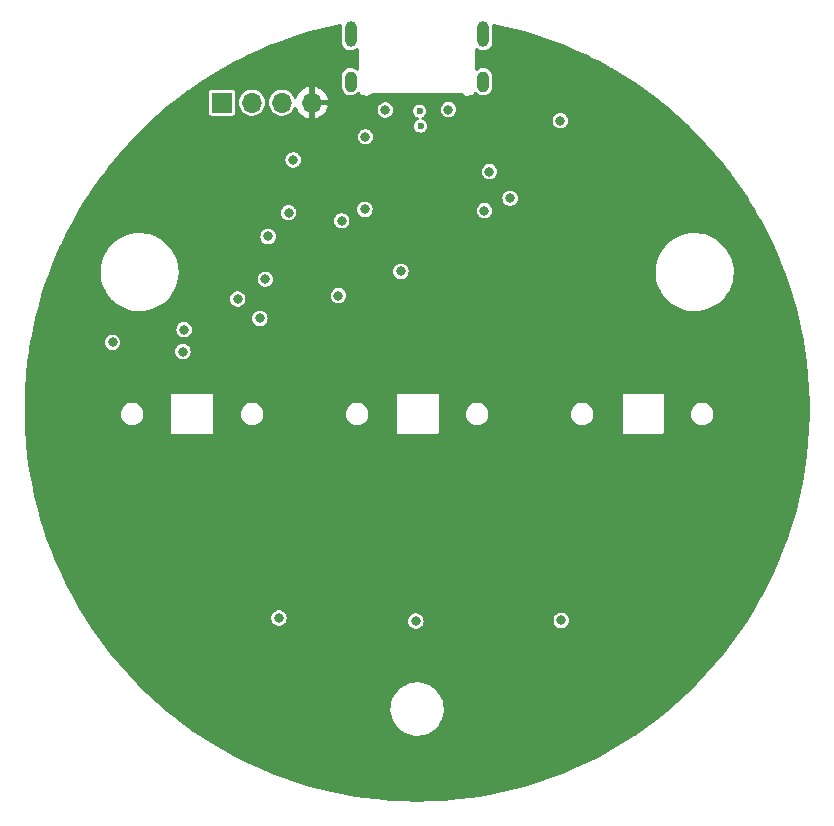
<source format=gbr>
%TF.GenerationSoftware,KiCad,Pcbnew,(7.0.0-0)*%
%TF.CreationDate,2023-04-23T13:28:51-05:00*%
%TF.ProjectId,STM32,53544d33-322e-46b6-9963-61645f706362,REV1*%
%TF.SameCoordinates,Original*%
%TF.FileFunction,Copper,L3,Inr*%
%TF.FilePolarity,Positive*%
%FSLAX46Y46*%
G04 Gerber Fmt 4.6, Leading zero omitted, Abs format (unit mm)*
G04 Created by KiCad (PCBNEW (7.0.0-0)) date 2023-04-23 13:28:51*
%MOMM*%
%LPD*%
G01*
G04 APERTURE LIST*
%TA.AperFunction,ComponentPad*%
%ADD10O,1.000000X1.800000*%
%TD*%
%TA.AperFunction,ComponentPad*%
%ADD11O,1.000000X2.200000*%
%TD*%
%TA.AperFunction,ComponentPad*%
%ADD12R,1.700000X1.700000*%
%TD*%
%TA.AperFunction,ComponentPad*%
%ADD13O,1.700000X1.700000*%
%TD*%
%TA.AperFunction,ViaPad*%
%ADD14C,0.800000*%
%TD*%
%TA.AperFunction,ViaPad*%
%ADD15C,0.600000*%
%TD*%
G04 APERTURE END LIST*
D10*
%TO.N,unconnected-(P1-SHIELD-PadS1)*%
%TO.C,P1*%
X5619999Y28119999D03*
D11*
X5619999Y32119999D03*
D10*
X-5619999Y28119999D03*
D11*
X-5619999Y32119999D03*
%TD*%
D12*
%TO.N,VDD*%
%TO.C,J1*%
X-16529999Y26349999D03*
D13*
%TO.N,SWCLK*%
X-13989999Y26349999D03*
%TO.N,SWDIO*%
X-11449999Y26349999D03*
%TO.N,GND*%
X-8909999Y26349999D03*
%TD*%
D14*
%TO.N,GND*%
X8166000Y5294000D03*
X2166000Y-18706000D03*
X-19834000Y-24706000D03*
X-7834000Y-20706000D03*
X-27834000Y-12706000D03*
X-9834000Y-6706000D03*
X-16040000Y13390000D03*
X-17834000Y3294000D03*
X-3860000Y4840000D03*
X-11140000Y13440000D03*
X12166000Y-706000D03*
X14166000Y23294000D03*
X-11470000Y4950000D03*
X-1834000Y-30706000D03*
X-7834000Y-24706000D03*
X18166000Y9294000D03*
X30166000Y3294000D03*
X16166000Y-16706000D03*
X30166000Y1294000D03*
X6527500Y8897500D03*
X6166000Y5294000D03*
X-4120000Y25800000D03*
X-3270000Y24340000D03*
X12166000Y-14706000D03*
X-4100000Y2110000D03*
X-11834000Y-12706000D03*
X-2110000Y0D03*
X-27834000Y11294000D03*
X-17768093Y18220000D03*
X166000Y5294000D03*
X-23834000Y-2706000D03*
X30166000Y-10706000D03*
X14166000Y-24706000D03*
X166000Y-12706000D03*
X8166000Y-706000D03*
X-12100000Y22575000D03*
X7265000Y9987500D03*
X-11834000Y29294000D03*
X-10659500Y6950000D03*
X-9834000Y1294000D03*
X10166000Y-6706000D03*
X-21834000Y-22706000D03*
X-21834000Y-2706000D03*
X14166000Y-28706000D03*
X20166000Y5294000D03*
X-9834000Y31294000D03*
X20166000Y-4706000D03*
X22166000Y3294000D03*
X24166000Y3294000D03*
X2450000Y860000D03*
X-3834000Y-30706000D03*
X14166000Y5294000D03*
X-9980000Y18160000D03*
X-530000Y2940000D03*
X-13834000Y-12706000D03*
X4166000Y-18706000D03*
X-21328093Y15340000D03*
X6166000Y-4706000D03*
X12166000Y29294000D03*
X-4900000Y15880000D03*
X12166000Y27294000D03*
X-3834000Y-12706000D03*
X24166000Y-20706000D03*
X-1830000Y19950000D03*
X-4100000Y3669500D03*
X-16860000Y18830000D03*
X166000Y-6706000D03*
X24166000Y21294000D03*
X-14480000Y21270000D03*
X-11834000Y-24706000D03*
X-31834000Y-4706000D03*
X18166000Y-12706000D03*
X-23834000Y3294000D03*
X-9834000Y-4706000D03*
X2166000Y5294000D03*
X-19834000Y9294000D03*
X30166000Y9294000D03*
X4166000Y5294000D03*
X-16330000Y-2730000D03*
X8166000Y27294000D03*
X12166000Y-28706000D03*
X10166000Y21294000D03*
X1575000Y9125000D03*
X5690000Y7862500D03*
X-17834000Y-18706000D03*
X-2850000Y20930000D03*
X-1810000Y2910000D03*
X-7834000Y-30706000D03*
X-7834000Y-8706000D03*
X-11910000Y-20660000D03*
X30166000Y-8706000D03*
X18166000Y5294000D03*
X-27834000Y-2706000D03*
X4395531Y10800076D03*
X9225000Y8750000D03*
X6166000Y-30706000D03*
X-10700000Y5660000D03*
X-9834000Y-8706000D03*
X8166000Y-30706000D03*
X22166000Y5294000D03*
X-27834000Y-4706000D03*
X-15834000Y-18706000D03*
X-6760000Y22410000D03*
X-25834000Y19294000D03*
X14166000Y-14706000D03*
X10166000Y-18706000D03*
X780000Y2990000D03*
X12166000Y-12706000D03*
X8166000Y-12706000D03*
X18166000Y15294000D03*
X32166000Y3294000D03*
X-27834000Y5294000D03*
X-15834000Y-26706000D03*
X12142500Y10540000D03*
X-10100000Y13860000D03*
X-23834000Y-8706000D03*
X22166000Y-10706000D03*
X4489898Y26525534D03*
X8166000Y-18706000D03*
X14166000Y-12706000D03*
X26166000Y5294000D03*
X20166000Y25294000D03*
X-4520741Y26532318D03*
X24166000Y-8706000D03*
X-21834000Y7294000D03*
X8166000Y15294000D03*
X2166000Y-28706000D03*
X28166000Y-12706000D03*
X22166000Y21294000D03*
X-17834000Y-24706000D03*
X-13834000Y-6706000D03*
X-31834000Y-2706000D03*
X10166000Y-4706000D03*
X18166000Y11294000D03*
X26166000Y-18706000D03*
X-7834000Y29294000D03*
X-27834000Y7294000D03*
X16970000Y0D03*
X-1834000Y5294000D03*
X-11834000Y-706000D03*
X-27834000Y-10706000D03*
X4394000Y19990000D03*
X18166000Y-6706000D03*
X8166000Y29294000D03*
X30166000Y11294000D03*
X-11834000Y1294000D03*
X30166000Y-4706000D03*
X28166000Y-14706000D03*
X-7834000Y-12706000D03*
X-13390000Y6810000D03*
X-7834000Y-4706000D03*
X16166000Y15294000D03*
X16166000Y-20706000D03*
X8600000Y11925000D03*
X-13834000Y-4706000D03*
X-11834000Y-4706000D03*
X10166000Y-706000D03*
X8166000Y-4706000D03*
X-23834000Y-20706000D03*
X8166000Y1294000D03*
X4040000Y-7140000D03*
X24166000Y7294000D03*
X0Y-20600000D03*
X-5340000Y13630000D03*
X14166000Y-6706000D03*
X21530000Y810000D03*
X-9000000Y17150000D03*
X26166000Y-2706000D03*
X-12730000Y16140000D03*
X1900000Y22510000D03*
X-7834000Y-18706000D03*
X-27834000Y1294000D03*
X-21834000Y-20706000D03*
X-19834000Y-4706000D03*
X-2613000Y22333000D03*
X30166000Y-6706000D03*
X-12700000Y4880000D03*
X32166000Y1294000D03*
X-1650000Y21370000D03*
X14166000Y-22706000D03*
X10166000Y5294000D03*
X-7834000Y-28706000D03*
X-7834000Y-706000D03*
X-13834000Y-8706000D03*
X10166000Y29294000D03*
X-9834000Y-18706000D03*
X-6970000Y4490000D03*
X26166000Y-12706000D03*
X11760000Y-23190000D03*
X-6865000Y-23165000D03*
X20166000Y-24706000D03*
X-19834000Y3294000D03*
X-31834000Y5294000D03*
X-15055000Y-7175000D03*
X8166000Y31294000D03*
X18166000Y13294000D03*
X26085000Y-16545000D03*
X-18380000Y6870000D03*
X28166000Y-10706000D03*
X16166000Y-18706000D03*
X-375000Y10600000D03*
X4166000Y-12706000D03*
X2166000Y-30706000D03*
X-11000000Y23450000D03*
X-4970000Y24970000D03*
X-9834000Y29294000D03*
X-9834000Y-22706000D03*
X-6900000Y5710000D03*
X-23834000Y21294000D03*
X-17150000Y13360000D03*
X-21834000Y3294000D03*
X16166000Y13294000D03*
X4166000Y-16706000D03*
X14166000Y27294000D03*
X166000Y-28706000D03*
X-9834000Y3294000D03*
X20166000Y-12706000D03*
X-3834000Y-18706000D03*
X32166000Y-706000D03*
X-29834000Y-10706000D03*
X-11440000Y15860000D03*
X-1834000Y-28706000D03*
X16166000Y9294000D03*
X26166000Y7294000D03*
X30166000Y5294000D03*
X3800000Y25970000D03*
X20166000Y-10706000D03*
X-11834000Y-28706000D03*
X12166000Y1294000D03*
X10166000Y1294000D03*
X6166000Y-8706000D03*
X-9834000Y-12706000D03*
X-17834000Y-2706000D03*
X-5290000Y2170000D03*
X26166000Y-6706000D03*
X-29834000Y-8706000D03*
X20166000Y15294000D03*
X-19834000Y-22706000D03*
X-5834000Y-4706000D03*
X16166000Y-14706000D03*
X12166000Y-24706000D03*
X8166000Y-24706000D03*
X16166000Y11294000D03*
X10166000Y27294000D03*
X5950000Y26300000D03*
X-11834000Y-8706000D03*
X-8970000Y24540000D03*
X-27834000Y-706000D03*
X-1834000Y7294000D03*
X16166000Y5294000D03*
X-11834000Y-6706000D03*
X30166000Y-706000D03*
X16166000Y27294000D03*
X12166000Y-6706000D03*
X32166000Y-2706000D03*
X-3910000Y6741041D03*
X14166000Y9294000D03*
X-9834000Y-706000D03*
X-21834000Y17294000D03*
X6166000Y-6706000D03*
X16166000Y25294000D03*
X4166000Y-8706000D03*
X-13834000Y-22706000D03*
X-7834000Y31294000D03*
X-25834000Y-12706000D03*
X-1834000Y-18706000D03*
X-31834000Y3294000D03*
X166000Y-4706000D03*
X-13834000Y-18706000D03*
X22166000Y-22706000D03*
X-31834000Y-706000D03*
X6166000Y-22706000D03*
X-9270000Y11570000D03*
X8166000Y-8706000D03*
X-13834000Y-28706000D03*
X-11834000Y-22706000D03*
X30166000Y7294000D03*
X12166000Y-8706000D03*
X14166000Y29294000D03*
X-1834000Y-12706000D03*
X-27834000Y3294000D03*
X18166000Y-20706000D03*
X-15925000Y25000D03*
X-7850000Y2875000D03*
X166000Y13294000D03*
X-7890000Y18370000D03*
X10166000Y-8706000D03*
X14166000Y13294000D03*
X-6920000Y2170000D03*
X8166000Y-6706000D03*
X14166000Y-18706000D03*
X18166000Y-18706000D03*
X-27834000Y9294000D03*
X-23834000Y7294000D03*
X20166000Y9294000D03*
X10166000Y-12706000D03*
X18166000Y25294000D03*
X26166000Y19294000D03*
X-17225000Y23865000D03*
X12166000Y-4706000D03*
X4570000Y23140000D03*
X-21220000Y-10000D03*
X-7700000Y11600000D03*
X8166000Y25294000D03*
X-2840000Y2580000D03*
X-19550000Y11890000D03*
X18600000Y20890000D03*
X30166000Y-2706000D03*
X-5330000Y10100000D03*
X-4370000Y11730000D03*
X2166000Y-12706000D03*
X-8340000Y12860000D03*
X166000Y-30706000D03*
X2166000Y19294000D03*
X-7834000Y-6706000D03*
X12166000Y5294000D03*
X-19834000Y25294000D03*
X-8230000Y21850000D03*
X-19834000Y-6706000D03*
X12220000Y-20610000D03*
X4166000Y-30706000D03*
X-5834000Y-30706000D03*
X-27834000Y-14706000D03*
X-16900000Y-15400000D03*
X-31834000Y1294000D03*
X-14490000Y4120000D03*
X20166000Y23294000D03*
X14166000Y-4706000D03*
X-19834000Y-2706000D03*
X-13834000Y29294000D03*
X-5410000Y3669500D03*
X-21230000Y19040000D03*
X20166000Y21294000D03*
X-21834000Y23294000D03*
X-5834000Y-6706000D03*
X16166000Y-22706000D03*
X23080000Y-7140000D03*
X16166000Y-12706000D03*
X-6970000Y6910000D03*
X22166000Y23294000D03*
%TO.N,VBUS*%
X2650000Y25750000D03*
X-2690000Y25720000D03*
%TO.N,BUTT0*%
X-11695000Y-17285000D03*
X-25790000Y6050000D03*
X-12850000Y11390000D03*
%TO.N,+5V*%
X12120000Y24810000D03*
X6120000Y20500000D03*
X7875000Y18250000D03*
D15*
%TO.N,USB_D+*%
X210000Y25640000D03*
X303779Y24365500D03*
D14*
%TO.N,BOOT0*%
X-10491280Y21496104D03*
%TO.N,BUTT1*%
X-15190000Y9720000D03*
X-110000Y-17540000D03*
X-19730000Y7120000D03*
%TO.N,BUTT2*%
X-19830000Y5260500D03*
X-13310000Y8070000D03*
X12202500Y-17490000D03*
%TO.N,NRST*%
X-12610000Y15010000D03*
%TO.N,BOOT1*%
X-1370000Y12060000D03*
X-6659851Y10007294D03*
%TO.N,Net-(D4-DIN)*%
X5704977Y17195023D03*
%TO.N,VDD*%
X-10880000Y17020000D03*
X-6380000Y16340000D03*
%TO.N,SWDIO*%
X-4370000Y23450000D03*
X-4430000Y17310000D03*
%TD*%
%TA.AperFunction,Conductor*%
%TO.N,GND*%
G36*
X6841630Y32928140D02*
G01*
X6845759Y32927271D01*
X7960111Y32672643D01*
X7964226Y32671628D01*
X8751743Y32462838D01*
X9069137Y32378689D01*
X9073255Y32377521D01*
X10167407Y32046620D01*
X10171414Y32045332D01*
X11224882Y31686608D01*
X11253456Y31676878D01*
X11257486Y31675429D01*
X12326207Y31269835D01*
X12330144Y31268262D01*
X13384220Y30826029D01*
X13388064Y30824338D01*
X14426311Y30345960D01*
X14430094Y30344137D01*
X14803122Y30156392D01*
X15451127Y29830252D01*
X15454916Y29828263D01*
X15892438Y29588788D01*
X16457623Y29279437D01*
X16461324Y29277328D01*
X17177913Y28852326D01*
X17444483Y28694226D01*
X17448126Y28691979D01*
X18410552Y28075307D01*
X18414115Y28072936D01*
X19354666Y27423429D01*
X19358146Y27420937D01*
X20275767Y26739320D01*
X20279159Y26736708D01*
X20783311Y26334491D01*
X21169759Y26026179D01*
X21172670Y26023857D01*
X21175969Y26021131D01*
X22044372Y25277844D01*
X22047575Y25275005D01*
X22889784Y24502211D01*
X22892888Y24499263D01*
X23128870Y24267229D01*
X23650298Y23754523D01*
X23707950Y23697836D01*
X23710949Y23694782D01*
X24497838Y22865731D01*
X24500731Y22862577D01*
X25258556Y22006841D01*
X25261338Y22003588D01*
X25989171Y21122215D01*
X25991839Y21118868D01*
X26174364Y20881614D01*
X26580937Y20353130D01*
X26688818Y20212902D01*
X26691369Y20209465D01*
X27356664Y19279984D01*
X27359095Y19276461D01*
X27991918Y18324567D01*
X27994226Y18320962D01*
X28216316Y17960500D01*
X28593830Y17347775D01*
X28596000Y17344113D01*
X28817880Y16954491D01*
X29161653Y16350824D01*
X29163706Y16347069D01*
X29694728Y15334872D01*
X29696651Y15331048D01*
X30192427Y14301117D01*
X30194217Y14297229D01*
X30654163Y13250774D01*
X30655817Y13246826D01*
X31079359Y12185156D01*
X31080874Y12181158D01*
X31112025Y12094498D01*
X31467521Y11105504D01*
X31468899Y11101451D01*
X31818204Y10013054D01*
X31819442Y10008957D01*
X32130968Y8909177D01*
X32132063Y8905039D01*
X32405441Y7795178D01*
X32406393Y7791005D01*
X32612550Y6809301D01*
X32638294Y6686710D01*
X32641312Y6672341D01*
X32642119Y6668137D01*
X32838281Y5542069D01*
X32838943Y5537841D01*
X32996131Y4405625D01*
X32996646Y4401376D01*
X33114658Y3264467D01*
X33115027Y3260202D01*
X33193733Y2119848D01*
X33193954Y2115574D01*
X33233256Y973190D01*
X33233329Y968910D01*
X33233180Y-174117D01*
X33233106Y-178397D01*
X33193506Y-1320801D01*
X33193283Y-1325075D01*
X33114284Y-2465347D01*
X33113915Y-2469612D01*
X32995602Y-3606525D01*
X32995086Y-3610774D01*
X32837604Y-4742945D01*
X32836941Y-4747173D01*
X32640481Y-5873218D01*
X32639672Y-5877422D01*
X32404473Y-6995975D01*
X32403521Y-7000147D01*
X32129841Y-8109985D01*
X32128744Y-8114123D01*
X31816940Y-9213795D01*
X31815702Y-9217892D01*
X31466110Y-10306207D01*
X31464730Y-10310259D01*
X31077808Y-11385799D01*
X31076290Y-11389801D01*
X30652468Y-12451370D01*
X30650813Y-12455317D01*
X30190599Y-13501643D01*
X30188808Y-13505531D01*
X29692764Y-14535332D01*
X29690840Y-14539156D01*
X29159548Y-15551226D01*
X29157494Y-15554980D01*
X28591589Y-16548112D01*
X28589406Y-16551794D01*
X27989553Y-17524814D01*
X27987244Y-17528418D01*
X27354183Y-18480134D01*
X27351751Y-18483657D01*
X26686203Y-19412978D01*
X26683651Y-19416414D01*
X25986449Y-20322183D01*
X25983780Y-20325530D01*
X25255719Y-21206712D01*
X25252937Y-21209964D01*
X24494874Y-22065520D01*
X24491980Y-22068674D01*
X23704862Y-22897534D01*
X23701861Y-22900586D01*
X22886618Y-23701772D01*
X22883514Y-23704719D01*
X22041106Y-24477293D01*
X22037902Y-24480132D01*
X21169289Y-25223207D01*
X21165989Y-25225932D01*
X20272306Y-25938538D01*
X20268914Y-25941149D01*
X19351134Y-26622514D01*
X19347654Y-26625006D01*
X18406901Y-27274291D01*
X18403337Y-27276661D01*
X17440729Y-27893096D01*
X17437085Y-27895341D01*
X16453819Y-28478159D01*
X16450100Y-28480278D01*
X15447268Y-29028834D01*
X15443478Y-29030823D01*
X14422314Y-29544440D01*
X14418457Y-29546297D01*
X13380194Y-30024354D01*
X13376276Y-30026077D01*
X12322102Y-30468028D01*
X12318127Y-30469614D01*
X11249369Y-30874904D01*
X11245341Y-30876353D01*
X10163175Y-31244534D01*
X10159099Y-31245842D01*
X9064922Y-31576440D01*
X9060804Y-31577607D01*
X7955871Y-31870243D01*
X7951715Y-31871268D01*
X6837299Y-32125605D01*
X6833111Y-32126485D01*
X5710598Y-32342204D01*
X5706381Y-32342939D01*
X4577094Y-32519788D01*
X4572854Y-32520377D01*
X3438160Y-32658143D01*
X3433903Y-32658586D01*
X2295084Y-32757111D01*
X2290814Y-32757406D01*
X1149312Y-32816566D01*
X1145034Y-32816714D01*
X2148Y-32836443D01*
X-2132Y-32836443D01*
X-1145019Y-32816714D01*
X-1149297Y-32816566D01*
X-2290799Y-32757407D01*
X-2295069Y-32757112D01*
X-3433888Y-32658587D01*
X-3438145Y-32658144D01*
X-4572839Y-32520378D01*
X-4577079Y-32519789D01*
X-5706371Y-32342940D01*
X-5710580Y-32342206D01*
X-6360149Y-32217375D01*
X-6833090Y-32126488D01*
X-6837278Y-32125608D01*
X-7951700Y-31871270D01*
X-7955856Y-31870245D01*
X-9060789Y-31577609D01*
X-9064907Y-31576442D01*
X-10159084Y-31245845D01*
X-10163160Y-31244537D01*
X-11245326Y-30876356D01*
X-11249354Y-30874907D01*
X-12318113Y-30469617D01*
X-12322088Y-30468031D01*
X-13376262Y-30026080D01*
X-13380180Y-30024357D01*
X-14418442Y-29546300D01*
X-14422299Y-29544443D01*
X-15443464Y-29030827D01*
X-15447254Y-29028838D01*
X-16450086Y-28480282D01*
X-16453805Y-28478163D01*
X-17437071Y-27895345D01*
X-17440715Y-27893100D01*
X-18403323Y-27276665D01*
X-18406887Y-27274295D01*
X-19188589Y-26734784D01*
X-19347647Y-26625006D01*
X-19351120Y-26622519D01*
X-19424513Y-26568032D01*
X-20081591Y-26080214D01*
X-20268901Y-25941154D01*
X-20272293Y-25938543D01*
X-21165976Y-25225937D01*
X-21169276Y-25223212D01*
X-21342096Y-25075369D01*
X-2254277Y-25075369D01*
X-2253863Y-25079490D01*
X-2253862Y-25079501D01*
X-2224534Y-25371034D01*
X-2224533Y-25371044D01*
X-2224118Y-25375162D01*
X-2154269Y-25668261D01*
X-2045977Y-25949434D01*
X-2043993Y-25953055D01*
X-2043987Y-25953067D01*
X-1974308Y-26080214D01*
X-1901175Y-26213665D01*
X-1898719Y-26216998D01*
X-1898716Y-26217003D01*
X-1807278Y-26341103D01*
X-1722446Y-26456238D01*
X-1512980Y-26672824D01*
X-1393263Y-26767363D01*
X-1279770Y-26856988D01*
X-1279766Y-26856990D01*
X-1276515Y-26859558D01*
X-1017270Y-27013109D01*
X-1013466Y-27014722D01*
X-1013462Y-27014724D01*
X-908422Y-27059264D01*
X-739872Y-27130736D01*
X-449271Y-27210340D01*
X-150653Y-27250500D01*
X73162Y-27250500D01*
X75244Y-27250500D01*
X300634Y-27235412D01*
X595903Y-27175396D01*
X880537Y-27076560D01*
X1149459Y-26940668D01*
X1397869Y-26770144D01*
X1621333Y-26568032D01*
X1815865Y-26337939D01*
X1977993Y-26083970D01*
X2104823Y-25810658D01*
X2194093Y-25522879D01*
X2244209Y-25225770D01*
X2254277Y-24924631D01*
X2224118Y-24624838D01*
X2154269Y-24331739D01*
X2045977Y-24050566D01*
X1901175Y-23786335D01*
X1722446Y-23543762D01*
X1512980Y-23327176D01*
X1386770Y-23227509D01*
X1279769Y-23143011D01*
X1279762Y-23143006D01*
X1276515Y-23140442D01*
X1272954Y-23138332D01*
X1272947Y-23138328D01*
X1020831Y-22989000D01*
X1020828Y-22988998D01*
X1017270Y-22986891D01*
X1013471Y-22985280D01*
X1013461Y-22985275D01*
X743681Y-22870879D01*
X743678Y-22870878D01*
X739872Y-22869264D01*
X735885Y-22868172D01*
X735877Y-22868169D01*
X453278Y-22790757D01*
X453269Y-22790755D01*
X449271Y-22789660D01*
X445164Y-22789107D01*
X445156Y-22789106D01*
X154754Y-22750051D01*
X154746Y-22750050D01*
X150653Y-22749500D01*
X-75244Y-22749500D01*
X-77318Y-22749638D01*
X-77323Y-22749639D01*
X-296502Y-22764311D01*
X-296508Y-22764311D01*
X-300634Y-22764588D01*
X-304691Y-22765412D01*
X-304694Y-22765413D01*
X-591835Y-22823777D01*
X-591838Y-22823777D01*
X-595903Y-22824604D01*
X-599817Y-22825963D01*
X-599824Y-22825965D01*
X-876625Y-22922081D01*
X-876633Y-22922084D01*
X-880537Y-22923440D01*
X-884229Y-22925305D01*
X-884237Y-22925309D01*
X-1145758Y-23057461D01*
X-1145768Y-23057466D01*
X-1149459Y-23059332D01*
X-1152870Y-23061672D01*
X-1152876Y-23061677D01*
X-1394452Y-23227509D01*
X-1394466Y-23227519D01*
X-1397869Y-23229856D01*
X-1400934Y-23232627D01*
X-1400944Y-23232636D01*
X-1618259Y-23429187D01*
X-1618265Y-23429192D01*
X-1621333Y-23431968D01*
X-1624002Y-23435123D01*
X-1624009Y-23435132D01*
X-1813190Y-23658896D01*
X-1813196Y-23658903D01*
X-1815865Y-23662061D01*
X-1818088Y-23665542D01*
X-1818096Y-23665554D01*
X-1975767Y-23912542D01*
X-1975771Y-23912549D01*
X-1977993Y-23916030D01*
X-1979733Y-23919779D01*
X-1979736Y-23919785D01*
X-2103078Y-24185580D01*
X-2103082Y-24185589D01*
X-2104823Y-24189342D01*
X-2106049Y-24193291D01*
X-2106051Y-24193299D01*
X-2192866Y-24473165D01*
X-2194093Y-24477121D01*
X-2194782Y-24481199D01*
X-2194782Y-24481204D01*
X-2219010Y-24624838D01*
X-2244209Y-24774230D01*
X-2244347Y-24778353D01*
X-2244348Y-24778365D01*
X-2254139Y-25071222D01*
X-2254139Y-25071231D01*
X-2254277Y-25075369D01*
X-21342096Y-25075369D01*
X-22037889Y-24480137D01*
X-22041093Y-24477298D01*
X-22883487Y-23704739D01*
X-22886592Y-23701792D01*
X-23270394Y-23324607D01*
X-23701871Y-22900569D01*
X-23704863Y-22897525D01*
X-23731701Y-22869264D01*
X-24491977Y-22068670D01*
X-24494862Y-22065525D01*
X-25252925Y-21209970D01*
X-25255707Y-21206718D01*
X-25983768Y-20325537D01*
X-25986437Y-20322190D01*
X-26683640Y-19416420D01*
X-26686192Y-19412984D01*
X-26874157Y-19150524D01*
X-27351743Y-18483657D01*
X-27354162Y-18480154D01*
X-27571981Y-18152696D01*
X-27987243Y-17528410D01*
X-27989551Y-17524807D01*
X-28036388Y-17448832D01*
X-28137388Y-17285000D01*
X-12350278Y-17285000D01*
X-12349374Y-17292445D01*
X-12332142Y-17434370D01*
X-12332141Y-17434375D01*
X-12331237Y-17441818D01*
X-12328578Y-17448831D01*
X-12328577Y-17448832D01*
X-12298397Y-17528412D01*
X-12275220Y-17589523D01*
X-12185483Y-17719530D01*
X-12179874Y-17724499D01*
X-12179873Y-17724500D01*
X-12100833Y-17794523D01*
X-12067240Y-17824283D01*
X-11927365Y-17897696D01*
X-11843530Y-17918359D01*
X-11798329Y-17929500D01*
X-11773985Y-17935500D01*
X-11623515Y-17935500D01*
X-11616015Y-17935500D01*
X-11462635Y-17897696D01*
X-11322760Y-17824283D01*
X-11204517Y-17719530D01*
X-11114780Y-17589523D01*
X-11095998Y-17540000D01*
X-765278Y-17540000D01*
X-764374Y-17547445D01*
X-747142Y-17689370D01*
X-747141Y-17689375D01*
X-746237Y-17696818D01*
X-743578Y-17703831D01*
X-743577Y-17703832D01*
X-696574Y-17827771D01*
X-690220Y-17844523D01*
X-685957Y-17850699D01*
X-627424Y-17935500D01*
X-600483Y-17974530D01*
X-482240Y-18079283D01*
X-342365Y-18152696D01*
X-188985Y-18190500D01*
X-38515Y-18190500D01*
X-31015Y-18190500D01*
X122365Y-18152696D01*
X262240Y-18079283D01*
X380483Y-17974530D01*
X470220Y-17844523D01*
X526237Y-17696818D01*
X545278Y-17540000D01*
X539207Y-17490000D01*
X11547222Y-17490000D01*
X11548126Y-17497445D01*
X11565358Y-17639370D01*
X11565359Y-17639375D01*
X11566263Y-17646818D01*
X11568922Y-17653831D01*
X11568923Y-17653832D01*
X11591498Y-17713359D01*
X11622280Y-17794523D01*
X11626543Y-17800699D01*
X11691088Y-17894210D01*
X11712017Y-17924530D01*
X11830260Y-18029283D01*
X11970135Y-18102696D01*
X12123515Y-18140500D01*
X12273985Y-18140500D01*
X12281485Y-18140500D01*
X12434865Y-18102696D01*
X12574740Y-18029283D01*
X12692983Y-17924530D01*
X12782720Y-17794523D01*
X12838737Y-17646818D01*
X12857778Y-17490000D01*
X12838737Y-17333182D01*
X12782720Y-17185477D01*
X12692983Y-17055470D01*
X12616253Y-16987494D01*
X12580356Y-16955692D01*
X12580354Y-16955690D01*
X12574740Y-16950717D01*
X12568095Y-16947229D01*
X12568093Y-16947228D01*
X12441506Y-16880789D01*
X12441502Y-16880787D01*
X12434865Y-16877304D01*
X12427587Y-16875510D01*
X12427584Y-16875509D01*
X12288767Y-16841294D01*
X12288760Y-16841293D01*
X12281485Y-16839500D01*
X12123515Y-16839500D01*
X12116240Y-16841292D01*
X12116232Y-16841294D01*
X11977415Y-16875509D01*
X11977409Y-16875510D01*
X11970135Y-16877304D01*
X11963500Y-16880786D01*
X11963493Y-16880789D01*
X11836906Y-16947228D01*
X11836900Y-16947231D01*
X11830260Y-16950717D01*
X11824648Y-16955687D01*
X11824643Y-16955692D01*
X11717627Y-17050499D01*
X11717622Y-17050503D01*
X11712017Y-17055470D01*
X11707762Y-17061634D01*
X11707757Y-17061640D01*
X11626543Y-17179300D01*
X11626540Y-17179303D01*
X11622280Y-17185477D01*
X11619620Y-17192488D01*
X11619618Y-17192494D01*
X11581712Y-17292445D01*
X11566263Y-17333182D01*
X11565359Y-17340622D01*
X11565358Y-17340629D01*
X11548570Y-17478896D01*
X11547222Y-17490000D01*
X539207Y-17490000D01*
X526237Y-17383182D01*
X470220Y-17235477D01*
X380483Y-17105470D01*
X262240Y-17000717D01*
X255595Y-16997229D01*
X255593Y-16997228D01*
X129006Y-16930789D01*
X129002Y-16930787D01*
X122365Y-16927304D01*
X115087Y-16925510D01*
X115084Y-16925509D01*
X-23733Y-16891294D01*
X-23740Y-16891293D01*
X-31015Y-16889500D01*
X-188985Y-16889500D01*
X-196260Y-16891292D01*
X-196268Y-16891294D01*
X-335085Y-16925509D01*
X-335091Y-16925510D01*
X-342365Y-16927304D01*
X-349000Y-16930786D01*
X-349007Y-16930789D01*
X-475594Y-16997228D01*
X-475600Y-16997231D01*
X-482240Y-17000717D01*
X-487852Y-17005687D01*
X-487857Y-17005692D01*
X-594873Y-17100499D01*
X-594878Y-17100503D01*
X-600483Y-17105470D01*
X-604738Y-17111634D01*
X-604743Y-17111640D01*
X-685957Y-17229300D01*
X-685960Y-17229303D01*
X-690220Y-17235477D01*
X-692880Y-17242488D01*
X-692882Y-17242494D01*
X-727275Y-17333182D01*
X-746237Y-17383182D01*
X-747141Y-17390622D01*
X-747142Y-17390629D01*
X-758303Y-17482555D01*
X-765278Y-17540000D01*
X-11095998Y-17540000D01*
X-11058763Y-17441818D01*
X-11039722Y-17285000D01*
X-11058763Y-17128182D01*
X-11114780Y-16980477D01*
X-11204517Y-16850470D01*
X-11322760Y-16745717D01*
X-11329405Y-16742229D01*
X-11329407Y-16742228D01*
X-11455994Y-16675789D01*
X-11455998Y-16675787D01*
X-11462635Y-16672304D01*
X-11469913Y-16670510D01*
X-11469916Y-16670509D01*
X-11608733Y-16636294D01*
X-11608740Y-16636293D01*
X-11616015Y-16634500D01*
X-11773985Y-16634500D01*
X-11781260Y-16636292D01*
X-11781268Y-16636294D01*
X-11920085Y-16670509D01*
X-11920091Y-16670510D01*
X-11927365Y-16672304D01*
X-11934000Y-16675786D01*
X-11934007Y-16675789D01*
X-12060594Y-16742228D01*
X-12060600Y-16742231D01*
X-12067240Y-16745717D01*
X-12072852Y-16750687D01*
X-12072857Y-16750692D01*
X-12179873Y-16845499D01*
X-12179878Y-16845503D01*
X-12185483Y-16850470D01*
X-12189738Y-16856634D01*
X-12189743Y-16856640D01*
X-12270957Y-16974300D01*
X-12270960Y-16974303D01*
X-12275220Y-16980477D01*
X-12277880Y-16987488D01*
X-12277882Y-16987494D01*
X-12328577Y-17121167D01*
X-12331237Y-17128182D01*
X-12332141Y-17135622D01*
X-12332142Y-17135629D01*
X-12337444Y-17179300D01*
X-12350278Y-17285000D01*
X-28137388Y-17285000D01*
X-28589405Y-16551784D01*
X-28591578Y-16548119D01*
X-29157483Y-15554987D01*
X-29159537Y-15551233D01*
X-29690829Y-14539163D01*
X-29692753Y-14535339D01*
X-30188797Y-13505539D01*
X-30190588Y-13501651D01*
X-30190592Y-13501643D01*
X-30650803Y-12455325D01*
X-30652458Y-12451378D01*
X-31033415Y-11497174D01*
X-31076286Y-11389794D01*
X-31077798Y-11385807D01*
X-31464721Y-10310266D01*
X-31466101Y-10306214D01*
X-31786567Y-9308568D01*
X-31815700Y-9217875D01*
X-31816930Y-9213803D01*
X-31816932Y-9213795D01*
X-32128743Y-8114103D01*
X-32129825Y-8110021D01*
X-32403516Y-7000141D01*
X-32404464Y-6995983D01*
X-32639668Y-5877404D01*
X-32640472Y-5873226D01*
X-32836933Y-4747181D01*
X-32837596Y-4742953D01*
X-32995078Y-3610782D01*
X-32995594Y-3606533D01*
X-32995595Y-3606525D01*
X-33113912Y-2469569D01*
X-33114272Y-2465407D01*
X-33193278Y-1325037D01*
X-33193496Y-1320854D01*
X-33233100Y-178364D01*
X-33233173Y-174166D01*
X-33233189Y-48390D01*
X-25084176Y-48390D01*
X-25083225Y-54602D01*
X-25083224Y-54608D01*
X-25055856Y-233259D01*
X-25055854Y-233267D01*
X-25054903Y-239474D01*
X-25052722Y-245364D01*
X-25052720Y-245370D01*
X-25022960Y-325722D01*
X-24987764Y-420753D01*
X-24984438Y-426089D01*
X-24984436Y-426093D01*
X-24931919Y-510350D01*
X-24885509Y-584807D01*
X-24752323Y-724919D01*
X-24593658Y-835353D01*
X-24416012Y-911587D01*
X-24226656Y-950500D01*
X-24084936Y-950500D01*
X-24081794Y-950500D01*
X-23937679Y-935845D01*
X-23753232Y-877974D01*
X-23584209Y-784159D01*
X-23437532Y-658240D01*
X-23319204Y-505373D01*
X-23234070Y-331816D01*
X-23185615Y-144674D01*
X-23175824Y48390D01*
X-23205097Y239474D01*
X-23272236Y420753D01*
X-23324980Y505373D01*
X-23371165Y579471D01*
X-23371166Y579472D01*
X-23374491Y584807D01*
X-23507677Y724919D01*
X-23666342Y835353D01*
X-23672116Y837831D01*
X-23672118Y837832D01*
X-23838214Y909109D01*
X-23838213Y909109D01*
X-23843988Y911587D01*
X-23850142Y912852D01*
X-23850143Y912852D01*
X-24027186Y949235D01*
X-24027191Y949236D01*
X-24033344Y950500D01*
X-24178206Y950500D01*
X-24181317Y950184D01*
X-24181330Y950183D01*
X-24316069Y936481D01*
X-24316072Y936481D01*
X-24322321Y935845D01*
X-24328319Y933964D01*
X-24328320Y933963D01*
X-24500765Y879858D01*
X-24500770Y879857D01*
X-24506768Y877974D01*
X-24512264Y874924D01*
X-24512270Y874921D01*
X-24670292Y787212D01*
X-24670298Y787208D01*
X-24675791Y784159D01*
X-24680556Y780070D01*
X-24680561Y780065D01*
X-24817700Y662334D01*
X-24817705Y662330D01*
X-24822468Y658240D01*
X-24826311Y653276D01*
X-24826318Y653268D01*
X-24936943Y510351D01*
X-24940796Y505373D01*
X-24943564Y499732D01*
X-24943568Y499724D01*
X-25023160Y337464D01*
X-25025930Y331816D01*
X-25027507Y325727D01*
X-25027508Y325723D01*
X-25051448Y233260D01*
X-25074385Y144674D01*
X-25074704Y138394D01*
X-25074704Y138390D01*
X-25083858Y-42108D01*
X-25083858Y-42113D01*
X-25084176Y-48390D01*
X-33233189Y-48390D01*
X-33233322Y968919D01*
X-33233249Y973182D01*
X-33208244Y1700000D01*
X-20800000Y1700000D01*
X-20800000Y-1630000D01*
X-20730000Y-1700000D01*
X-17402211Y-1700000D01*
X-17390000Y-1700000D01*
X-17280000Y-1590000D01*
X-17280000Y-48390D01*
X-14924176Y-48390D01*
X-14923225Y-54602D01*
X-14923224Y-54608D01*
X-14895856Y-233259D01*
X-14895854Y-233267D01*
X-14894903Y-239474D01*
X-14892722Y-245364D01*
X-14892720Y-245370D01*
X-14862960Y-325722D01*
X-14827764Y-420753D01*
X-14824438Y-426089D01*
X-14824436Y-426093D01*
X-14771919Y-510350D01*
X-14725509Y-584807D01*
X-14592323Y-724919D01*
X-14433658Y-835353D01*
X-14256012Y-911587D01*
X-14066656Y-950500D01*
X-13924936Y-950500D01*
X-13921794Y-950500D01*
X-13777679Y-935845D01*
X-13593232Y-877974D01*
X-13424209Y-784159D01*
X-13277532Y-658240D01*
X-13159204Y-505373D01*
X-13074070Y-331816D01*
X-13025615Y-144674D01*
X-13020732Y-48390D01*
X-6034176Y-48390D01*
X-6033225Y-54602D01*
X-6033224Y-54608D01*
X-6005856Y-233259D01*
X-6005854Y-233267D01*
X-6004903Y-239474D01*
X-6002722Y-245364D01*
X-6002720Y-245370D01*
X-5972960Y-325722D01*
X-5937764Y-420753D01*
X-5934438Y-426089D01*
X-5934436Y-426093D01*
X-5881919Y-510350D01*
X-5835509Y-584807D01*
X-5702323Y-724919D01*
X-5543658Y-835353D01*
X-5366012Y-911587D01*
X-5176656Y-950500D01*
X-5034936Y-950500D01*
X-5031794Y-950500D01*
X-4887679Y-935845D01*
X-4703232Y-877974D01*
X-4534209Y-784159D01*
X-4387532Y-658240D01*
X-4269204Y-505373D01*
X-4184070Y-331816D01*
X-4135615Y-144674D01*
X-4125824Y48390D01*
X-4155097Y239474D01*
X-4222236Y420753D01*
X-4274980Y505373D01*
X-4321165Y579471D01*
X-4321166Y579472D01*
X-4324491Y584807D01*
X-4457677Y724919D01*
X-4616342Y835353D01*
X-4622116Y837831D01*
X-4622118Y837832D01*
X-4788214Y909109D01*
X-4788213Y909109D01*
X-4793988Y911587D01*
X-4800142Y912852D01*
X-4800143Y912852D01*
X-4977186Y949235D01*
X-4977191Y949236D01*
X-4983344Y950500D01*
X-5128206Y950500D01*
X-5131317Y950184D01*
X-5131330Y950183D01*
X-5266069Y936481D01*
X-5266072Y936481D01*
X-5272321Y935845D01*
X-5278319Y933964D01*
X-5278320Y933963D01*
X-5450765Y879858D01*
X-5450770Y879857D01*
X-5456768Y877974D01*
X-5462264Y874924D01*
X-5462270Y874921D01*
X-5620292Y787212D01*
X-5620298Y787208D01*
X-5625791Y784159D01*
X-5630556Y780070D01*
X-5630561Y780065D01*
X-5767700Y662334D01*
X-5767705Y662330D01*
X-5772468Y658240D01*
X-5776311Y653276D01*
X-5776318Y653268D01*
X-5886943Y510351D01*
X-5890796Y505373D01*
X-5893564Y499732D01*
X-5893568Y499724D01*
X-5973160Y337464D01*
X-5975930Y331816D01*
X-5977507Y325727D01*
X-5977508Y325723D01*
X-6001448Y233260D01*
X-6024385Y144674D01*
X-6024704Y138394D01*
X-6024704Y138390D01*
X-6033858Y-42108D01*
X-6033858Y-42113D01*
X-6034176Y-48390D01*
X-13020732Y-48390D01*
X-13015824Y48390D01*
X-13045097Y239474D01*
X-13112236Y420753D01*
X-13164980Y505373D01*
X-13211165Y579471D01*
X-13211166Y579472D01*
X-13214491Y584807D01*
X-13347677Y724919D01*
X-13506342Y835353D01*
X-13512116Y837831D01*
X-13512118Y837832D01*
X-13678214Y909109D01*
X-13678213Y909109D01*
X-13683988Y911587D01*
X-13690142Y912852D01*
X-13690143Y912852D01*
X-13867186Y949235D01*
X-13867191Y949236D01*
X-13873344Y950500D01*
X-14018206Y950500D01*
X-14021317Y950184D01*
X-14021330Y950183D01*
X-14156069Y936481D01*
X-14156072Y936481D01*
X-14162321Y935845D01*
X-14168319Y933964D01*
X-14168320Y933963D01*
X-14340765Y879858D01*
X-14340770Y879857D01*
X-14346768Y877974D01*
X-14352264Y874924D01*
X-14352270Y874921D01*
X-14510292Y787212D01*
X-14510298Y787208D01*
X-14515791Y784159D01*
X-14520556Y780070D01*
X-14520561Y780065D01*
X-14657700Y662334D01*
X-14657705Y662330D01*
X-14662468Y658240D01*
X-14666311Y653276D01*
X-14666318Y653268D01*
X-14776943Y510351D01*
X-14780796Y505373D01*
X-14783564Y499732D01*
X-14783568Y499724D01*
X-14863160Y337464D01*
X-14865930Y331816D01*
X-14867507Y325727D01*
X-14867508Y325723D01*
X-14891448Y233260D01*
X-14914385Y144674D01*
X-14914704Y138394D01*
X-14914704Y138390D01*
X-14923858Y-42108D01*
X-14923858Y-42113D01*
X-14924176Y-48390D01*
X-17280000Y-48390D01*
X-17280000Y1690000D01*
X-17290000Y1700000D01*
X-20800000Y1700000D01*
X-33208244Y1700000D01*
X-33207900Y1710000D01*
X-1690000Y1710000D01*
X-1690000Y-1620000D01*
X-1620000Y-1690000D01*
X1707789Y-1690000D01*
X1720000Y-1690000D01*
X1830000Y-1580000D01*
X1830000Y-48390D01*
X4125824Y-48390D01*
X4126775Y-54602D01*
X4126776Y-54608D01*
X4154144Y-233259D01*
X4154146Y-233267D01*
X4155097Y-239474D01*
X4157278Y-245364D01*
X4157280Y-245370D01*
X4187040Y-325722D01*
X4222236Y-420753D01*
X4225562Y-426089D01*
X4225564Y-426093D01*
X4278081Y-510350D01*
X4324491Y-584807D01*
X4457677Y-724919D01*
X4616342Y-835353D01*
X4793988Y-911587D01*
X4983344Y-950500D01*
X5125064Y-950500D01*
X5128206Y-950500D01*
X5272321Y-935845D01*
X5456768Y-877974D01*
X5625791Y-784159D01*
X5772468Y-658240D01*
X5890796Y-505373D01*
X5975930Y-331816D01*
X6024385Y-144674D01*
X6029268Y-48390D01*
X13015824Y-48390D01*
X13016775Y-54602D01*
X13016776Y-54608D01*
X13044144Y-233259D01*
X13044146Y-233267D01*
X13045097Y-239474D01*
X13047278Y-245364D01*
X13047280Y-245370D01*
X13077040Y-325722D01*
X13112236Y-420753D01*
X13115562Y-426089D01*
X13115564Y-426093D01*
X13168081Y-510350D01*
X13214491Y-584807D01*
X13347677Y-724919D01*
X13506342Y-835353D01*
X13683988Y-911587D01*
X13873344Y-950500D01*
X14015064Y-950500D01*
X14018206Y-950500D01*
X14162321Y-935845D01*
X14346768Y-877974D01*
X14515791Y-784159D01*
X14662468Y-658240D01*
X14780796Y-505373D01*
X14865930Y-331816D01*
X14914385Y-144674D01*
X14924176Y48390D01*
X14894903Y239474D01*
X14827764Y420753D01*
X14775020Y505373D01*
X14728835Y579471D01*
X14728834Y579472D01*
X14725509Y584807D01*
X14592323Y724919D01*
X14433658Y835353D01*
X14427884Y837831D01*
X14427882Y837832D01*
X14261786Y909109D01*
X14261787Y909109D01*
X14256012Y911587D01*
X14249858Y912852D01*
X14249857Y912852D01*
X14072814Y949235D01*
X14072809Y949236D01*
X14066656Y950500D01*
X13921794Y950500D01*
X13918683Y950184D01*
X13918670Y950183D01*
X13783931Y936481D01*
X13783928Y936481D01*
X13777679Y935845D01*
X13771681Y933964D01*
X13771680Y933963D01*
X13599235Y879858D01*
X13599230Y879857D01*
X13593232Y877974D01*
X13587736Y874924D01*
X13587730Y874921D01*
X13429708Y787212D01*
X13429702Y787208D01*
X13424209Y784159D01*
X13419444Y780070D01*
X13419439Y780065D01*
X13282300Y662334D01*
X13282295Y662330D01*
X13277532Y658240D01*
X13273689Y653276D01*
X13273682Y653268D01*
X13163057Y510351D01*
X13159204Y505373D01*
X13156436Y499732D01*
X13156432Y499724D01*
X13076840Y337464D01*
X13074070Y331816D01*
X13072493Y325727D01*
X13072492Y325723D01*
X13048552Y233260D01*
X13025615Y144674D01*
X13025296Y138394D01*
X13025296Y138390D01*
X13016142Y-42108D01*
X13016142Y-42113D01*
X13015824Y-48390D01*
X6029268Y-48390D01*
X6034176Y48390D01*
X6004903Y239474D01*
X5937764Y420753D01*
X5885020Y505373D01*
X5838835Y579471D01*
X5838834Y579472D01*
X5835509Y584807D01*
X5702323Y724919D01*
X5543658Y835353D01*
X5537884Y837831D01*
X5537882Y837832D01*
X5371786Y909109D01*
X5371787Y909109D01*
X5366012Y911587D01*
X5359858Y912852D01*
X5359857Y912852D01*
X5182814Y949235D01*
X5182809Y949236D01*
X5176656Y950500D01*
X5031794Y950500D01*
X5028683Y950184D01*
X5028670Y950183D01*
X4893931Y936481D01*
X4893928Y936481D01*
X4887679Y935845D01*
X4881681Y933964D01*
X4881680Y933963D01*
X4709235Y879858D01*
X4709230Y879857D01*
X4703232Y877974D01*
X4697736Y874924D01*
X4697730Y874921D01*
X4539708Y787212D01*
X4539702Y787208D01*
X4534209Y784159D01*
X4529444Y780070D01*
X4529439Y780065D01*
X4392300Y662334D01*
X4392295Y662330D01*
X4387532Y658240D01*
X4383689Y653276D01*
X4383682Y653268D01*
X4273057Y510351D01*
X4269204Y505373D01*
X4266436Y499732D01*
X4266432Y499724D01*
X4186840Y337464D01*
X4184070Y331816D01*
X4182493Y325727D01*
X4182492Y325723D01*
X4158552Y233260D01*
X4135615Y144674D01*
X4135296Y138394D01*
X4135296Y138390D01*
X4126142Y-42108D01*
X4126142Y-42113D01*
X4125824Y-48390D01*
X1830000Y-48390D01*
X1830000Y1700000D01*
X1820000Y1710000D01*
X17420000Y1710000D01*
X17420000Y-1620000D01*
X17490000Y-1690000D01*
X20817789Y-1690000D01*
X20830000Y-1690000D01*
X20940000Y-1580000D01*
X20940000Y-48390D01*
X23175824Y-48390D01*
X23176775Y-54602D01*
X23176776Y-54608D01*
X23204144Y-233259D01*
X23204146Y-233267D01*
X23205097Y-239474D01*
X23207278Y-245364D01*
X23207280Y-245370D01*
X23237040Y-325722D01*
X23272236Y-420753D01*
X23275562Y-426089D01*
X23275564Y-426093D01*
X23328081Y-510350D01*
X23374491Y-584807D01*
X23507677Y-724919D01*
X23666342Y-835353D01*
X23843988Y-911587D01*
X24033344Y-950500D01*
X24175064Y-950500D01*
X24178206Y-950500D01*
X24322321Y-935845D01*
X24506768Y-877974D01*
X24675791Y-784159D01*
X24822468Y-658240D01*
X24940796Y-505373D01*
X25025930Y-331816D01*
X25074385Y-144674D01*
X25084176Y48390D01*
X25054903Y239474D01*
X24987764Y420753D01*
X24935020Y505373D01*
X24888835Y579471D01*
X24888834Y579472D01*
X24885509Y584807D01*
X24752323Y724919D01*
X24593658Y835353D01*
X24587884Y837831D01*
X24587882Y837832D01*
X24421786Y909109D01*
X24421787Y909109D01*
X24416012Y911587D01*
X24409858Y912852D01*
X24409857Y912852D01*
X24232814Y949235D01*
X24232809Y949236D01*
X24226656Y950500D01*
X24081794Y950500D01*
X24078683Y950184D01*
X24078670Y950183D01*
X23943931Y936481D01*
X23943928Y936481D01*
X23937679Y935845D01*
X23931681Y933964D01*
X23931680Y933963D01*
X23759235Y879858D01*
X23759230Y879857D01*
X23753232Y877974D01*
X23747736Y874924D01*
X23747730Y874921D01*
X23589708Y787212D01*
X23589702Y787208D01*
X23584209Y784159D01*
X23579444Y780070D01*
X23579439Y780065D01*
X23442300Y662334D01*
X23442295Y662330D01*
X23437532Y658240D01*
X23433689Y653276D01*
X23433682Y653268D01*
X23323057Y510351D01*
X23319204Y505373D01*
X23316436Y499732D01*
X23316432Y499724D01*
X23236840Y337464D01*
X23234070Y331816D01*
X23232493Y325727D01*
X23232492Y325723D01*
X23208552Y233260D01*
X23185615Y144674D01*
X23185296Y138394D01*
X23185296Y138390D01*
X23176142Y-42108D01*
X23176142Y-42113D01*
X23175824Y-48390D01*
X20940000Y-48390D01*
X20940000Y1700000D01*
X20930000Y1710000D01*
X17420000Y1710000D01*
X1820000Y1710000D01*
X-1690000Y1710000D01*
X-33207900Y1710000D01*
X-33193946Y2115594D01*
X-33193726Y2119840D01*
X-33193725Y2119848D01*
X-33115016Y3260249D01*
X-33114656Y3264403D01*
X-32996635Y4401413D01*
X-32996131Y4405573D01*
X-32877440Y5260500D01*
X-20485278Y5260500D01*
X-20484374Y5253055D01*
X-20467142Y5111130D01*
X-20467141Y5111125D01*
X-20466237Y5103682D01*
X-20410220Y4955977D01*
X-20320483Y4825970D01*
X-20202240Y4721217D01*
X-20062365Y4647804D01*
X-19908985Y4610000D01*
X-19758515Y4610000D01*
X-19751015Y4610000D01*
X-19597635Y4647804D01*
X-19457760Y4721217D01*
X-19339517Y4825970D01*
X-19249780Y4955977D01*
X-19193763Y5103682D01*
X-19174722Y5260500D01*
X-19193763Y5417318D01*
X-19249780Y5565023D01*
X-19339517Y5695030D01*
X-19389489Y5739301D01*
X-19452144Y5794808D01*
X-19452146Y5794810D01*
X-19457760Y5799783D01*
X-19464405Y5803271D01*
X-19464407Y5803272D01*
X-19590994Y5869711D01*
X-19590998Y5869713D01*
X-19597635Y5873196D01*
X-19604913Y5874990D01*
X-19604916Y5874991D01*
X-19743733Y5909206D01*
X-19743740Y5909207D01*
X-19751015Y5911000D01*
X-19908985Y5911000D01*
X-19916260Y5909208D01*
X-19916268Y5909206D01*
X-20055085Y5874991D01*
X-20055091Y5874990D01*
X-20062365Y5873196D01*
X-20069000Y5869714D01*
X-20069007Y5869711D01*
X-20195594Y5803272D01*
X-20195600Y5803269D01*
X-20202240Y5799783D01*
X-20207852Y5794813D01*
X-20207857Y5794808D01*
X-20314873Y5700001D01*
X-20314878Y5699997D01*
X-20320483Y5695030D01*
X-20324738Y5688866D01*
X-20324743Y5688860D01*
X-20405957Y5571200D01*
X-20405960Y5571197D01*
X-20410220Y5565023D01*
X-20412880Y5558012D01*
X-20412882Y5558006D01*
X-20459338Y5435510D01*
X-20466237Y5417318D01*
X-20467141Y5409878D01*
X-20467142Y5409871D01*
X-20483930Y5271604D01*
X-20485278Y5260500D01*
X-32877440Y5260500D01*
X-32838933Y5537860D01*
X-32838275Y5542060D01*
X-32837182Y5548334D01*
X-32749791Y6050000D01*
X-26445278Y6050000D01*
X-26444374Y6042555D01*
X-26427142Y5900630D01*
X-26427141Y5900625D01*
X-26426237Y5893182D01*
X-26370220Y5745477D01*
X-26280483Y5615470D01*
X-26274874Y5610501D01*
X-26274873Y5610500D01*
X-26197630Y5542069D01*
X-26162240Y5510717D01*
X-26022365Y5437304D01*
X-25868985Y5399500D01*
X-25718515Y5399500D01*
X-25711015Y5399500D01*
X-25557635Y5437304D01*
X-25417760Y5510717D01*
X-25299517Y5615470D01*
X-25209780Y5745477D01*
X-25153763Y5893182D01*
X-25134722Y6050000D01*
X-25153763Y6206818D01*
X-25209780Y6354523D01*
X-25267925Y6438761D01*
X-25295258Y6478360D01*
X-25295259Y6478361D01*
X-25299517Y6484530D01*
X-25329159Y6510790D01*
X-25412144Y6584308D01*
X-25412146Y6584310D01*
X-25417760Y6589283D01*
X-25424405Y6592771D01*
X-25424407Y6592772D01*
X-25550994Y6659211D01*
X-25550998Y6659213D01*
X-25557635Y6662696D01*
X-25564913Y6664490D01*
X-25564916Y6664491D01*
X-25703733Y6698706D01*
X-25703740Y6698707D01*
X-25711015Y6700500D01*
X-25868985Y6700500D01*
X-25876260Y6698708D01*
X-25876268Y6698706D01*
X-26015085Y6664491D01*
X-26015091Y6664490D01*
X-26022365Y6662696D01*
X-26029000Y6659214D01*
X-26029007Y6659211D01*
X-26155594Y6592772D01*
X-26155600Y6592769D01*
X-26162240Y6589283D01*
X-26167852Y6584313D01*
X-26167857Y6584308D01*
X-26274873Y6489501D01*
X-26274878Y6489497D01*
X-26280483Y6484530D01*
X-26284738Y6478366D01*
X-26284743Y6478360D01*
X-26365957Y6360700D01*
X-26365960Y6360697D01*
X-26370220Y6354523D01*
X-26372880Y6347512D01*
X-26372882Y6347506D01*
X-26423577Y6213833D01*
X-26426237Y6206818D01*
X-26427141Y6199378D01*
X-26427142Y6199371D01*
X-26443930Y6061104D01*
X-26445278Y6050000D01*
X-32749791Y6050000D01*
X-32642102Y6668188D01*
X-32641318Y6672275D01*
X-32547297Y7120000D01*
X-20385278Y7120000D01*
X-20384374Y7112555D01*
X-20367142Y6970630D01*
X-20367141Y6970625D01*
X-20366237Y6963182D01*
X-20310220Y6815477D01*
X-20305957Y6809301D01*
X-20229620Y6698706D01*
X-20220483Y6685470D01*
X-20214874Y6680501D01*
X-20214873Y6680500D01*
X-20115848Y6592772D01*
X-20102240Y6580717D01*
X-19962365Y6507304D01*
X-19808985Y6469500D01*
X-19658515Y6469500D01*
X-19651015Y6469500D01*
X-19497635Y6507304D01*
X-19357760Y6580717D01*
X-19239517Y6685470D01*
X-19149780Y6815477D01*
X-19093763Y6963182D01*
X-19074722Y7120000D01*
X-19093763Y7276818D01*
X-19149780Y7424523D01*
X-19207925Y7508761D01*
X-19235258Y7548360D01*
X-19235259Y7548361D01*
X-19239517Y7554530D01*
X-19357760Y7659283D01*
X-19364405Y7662771D01*
X-19364407Y7662772D01*
X-19490994Y7729211D01*
X-19490998Y7729213D01*
X-19497635Y7732696D01*
X-19504913Y7734490D01*
X-19504916Y7734491D01*
X-19643733Y7768706D01*
X-19643740Y7768707D01*
X-19651015Y7770500D01*
X-19808985Y7770500D01*
X-19816260Y7768708D01*
X-19816268Y7768706D01*
X-19955085Y7734491D01*
X-19955091Y7734490D01*
X-19962365Y7732696D01*
X-19969000Y7729214D01*
X-19969007Y7729211D01*
X-20095594Y7662772D01*
X-20095600Y7662769D01*
X-20102240Y7659283D01*
X-20107852Y7654313D01*
X-20107857Y7654308D01*
X-20214873Y7559501D01*
X-20214878Y7559497D01*
X-20220483Y7554530D01*
X-20224738Y7548366D01*
X-20224743Y7548360D01*
X-20305957Y7430700D01*
X-20305960Y7430697D01*
X-20310220Y7424523D01*
X-20312880Y7417512D01*
X-20312882Y7417506D01*
X-20363577Y7283833D01*
X-20366237Y7276818D01*
X-20367141Y7269378D01*
X-20367142Y7269371D01*
X-20383930Y7131104D01*
X-20385278Y7120000D01*
X-32547297Y7120000D01*
X-32406385Y7791015D01*
X-32405436Y7795170D01*
X-32378095Y7906168D01*
X-32337740Y8070000D01*
X-13965278Y8070000D01*
X-13964374Y8062555D01*
X-13947142Y7920630D01*
X-13947141Y7920625D01*
X-13946237Y7913182D01*
X-13943578Y7906169D01*
X-13943577Y7906168D01*
X-13899899Y7790997D01*
X-13890220Y7765477D01*
X-13885957Y7759301D01*
X-13819329Y7662772D01*
X-13800483Y7635470D01*
X-13682240Y7530717D01*
X-13542365Y7457304D01*
X-13388985Y7419500D01*
X-13238515Y7419500D01*
X-13231015Y7419500D01*
X-13077635Y7457304D01*
X-12937760Y7530717D01*
X-12819517Y7635470D01*
X-12729780Y7765477D01*
X-12673763Y7913182D01*
X-12654722Y8070000D01*
X-12673763Y8226818D01*
X-12729780Y8374523D01*
X-12819517Y8504530D01*
X-12937760Y8609283D01*
X-12944405Y8612771D01*
X-12944407Y8612772D01*
X-13070994Y8679211D01*
X-13070998Y8679213D01*
X-13077635Y8682696D01*
X-13084913Y8684490D01*
X-13084916Y8684491D01*
X-13223733Y8718706D01*
X-13223740Y8718707D01*
X-13231015Y8720500D01*
X-13388985Y8720500D01*
X-13396260Y8718708D01*
X-13396268Y8718706D01*
X-13535085Y8684491D01*
X-13535091Y8684490D01*
X-13542365Y8682696D01*
X-13549000Y8679214D01*
X-13549007Y8679211D01*
X-13675594Y8612772D01*
X-13675600Y8612769D01*
X-13682240Y8609283D01*
X-13687852Y8604313D01*
X-13687857Y8604308D01*
X-13794873Y8509501D01*
X-13794878Y8509497D01*
X-13800483Y8504530D01*
X-13804738Y8498366D01*
X-13804743Y8498360D01*
X-13885957Y8380700D01*
X-13885960Y8380697D01*
X-13890220Y8374523D01*
X-13892880Y8367512D01*
X-13892882Y8367506D01*
X-13943577Y8233833D01*
X-13946237Y8226818D01*
X-13947141Y8219378D01*
X-13947142Y8219371D01*
X-13963930Y8081104D01*
X-13965278Y8070000D01*
X-32337740Y8070000D01*
X-32132045Y8905083D01*
X-32130977Y8909117D01*
X-31819430Y10008976D01*
X-31818199Y10013046D01*
X-31468894Y11101443D01*
X-31467516Y11105496D01*
X-31467513Y11105504D01*
X-31113246Y12091081D01*
X-26804264Y12091081D01*
X-26804170Y12087668D01*
X-26804170Y12087664D01*
X-26794324Y11730453D01*
X-26794323Y11730441D01*
X-26794229Y11727032D01*
X-26793762Y11723659D01*
X-26793760Y11723644D01*
X-26744676Y11369678D01*
X-26744207Y11366297D01*
X-26743372Y11362998D01*
X-26743370Y11362990D01*
X-26655642Y11016561D01*
X-26655640Y11016552D01*
X-26654804Y11013254D01*
X-26653607Y11010056D01*
X-26653606Y11010054D01*
X-26566463Y10777304D01*
X-26527106Y10672188D01*
X-26525561Y10669134D01*
X-26525560Y10669133D01*
X-26374434Y10370500D01*
X-26362663Y10347241D01*
X-26360789Y10344372D01*
X-26360788Y10344371D01*
X-26165340Y10045213D01*
X-26165333Y10045204D01*
X-26163472Y10042355D01*
X-25931949Y9761233D01*
X-25929506Y9758857D01*
X-25929501Y9758851D01*
X-25795418Y9628413D01*
X-25670906Y9507286D01*
X-25668211Y9505188D01*
X-25668207Y9505185D01*
X-25393845Y9291641D01*
X-25383511Y9283598D01*
X-25380602Y9281810D01*
X-25096714Y9107304D01*
X-25073253Y9092883D01*
X-24743898Y8937456D01*
X-24399443Y8819205D01*
X-24044071Y8739564D01*
X-23682094Y8699500D01*
X-23410731Y8699500D01*
X-23409028Y8699500D01*
X-23136366Y8714543D01*
X-22777145Y8774487D01*
X-22426700Y8873583D01*
X-22089282Y9010630D01*
X-21768989Y9183964D01*
X-21469708Y9391481D01*
X-21195072Y9630662D01*
X-21112831Y9720000D01*
X-15845278Y9720000D01*
X-15844374Y9712555D01*
X-15827142Y9570630D01*
X-15827141Y9570625D01*
X-15826237Y9563182D01*
X-15823578Y9556169D01*
X-15823577Y9556168D01*
X-15790144Y9468011D01*
X-15770220Y9415477D01*
X-15680483Y9285470D01*
X-15562240Y9180717D01*
X-15422365Y9107304D01*
X-15268985Y9069500D01*
X-15118515Y9069500D01*
X-15111015Y9069500D01*
X-14957635Y9107304D01*
X-14817760Y9180717D01*
X-14699517Y9285470D01*
X-14609780Y9415477D01*
X-14553763Y9563182D01*
X-14534722Y9720000D01*
X-14553763Y9876818D01*
X-14603246Y10007294D01*
X-7315129Y10007294D01*
X-7314225Y9999849D01*
X-7296993Y9857924D01*
X-7296992Y9857919D01*
X-7296088Y9850476D01*
X-7293429Y9843463D01*
X-7293428Y9843462D01*
X-7261340Y9758851D01*
X-7240071Y9702771D01*
X-7235808Y9696595D01*
X-7192036Y9633179D01*
X-7150334Y9572764D01*
X-7032091Y9468011D01*
X-6892216Y9394598D01*
X-6738836Y9356794D01*
X-6588366Y9356794D01*
X-6580866Y9356794D01*
X-6427486Y9394598D01*
X-6287611Y9468011D01*
X-6169368Y9572764D01*
X-6079631Y9702771D01*
X-6023614Y9850476D01*
X-6004573Y10007294D01*
X-6023614Y10164112D01*
X-6079631Y10311817D01*
X-6169368Y10441824D01*
X-6287611Y10546577D01*
X-6294256Y10550065D01*
X-6294258Y10550066D01*
X-6420845Y10616505D01*
X-6420849Y10616507D01*
X-6427486Y10619990D01*
X-6434764Y10621784D01*
X-6434767Y10621785D01*
X-6573584Y10656000D01*
X-6573591Y10656001D01*
X-6580866Y10657794D01*
X-6738836Y10657794D01*
X-6746111Y10656002D01*
X-6746119Y10656000D01*
X-6884936Y10621785D01*
X-6884942Y10621784D01*
X-6892216Y10619990D01*
X-6898851Y10616508D01*
X-6898858Y10616505D01*
X-7025445Y10550066D01*
X-7025451Y10550063D01*
X-7032091Y10546577D01*
X-7037703Y10541607D01*
X-7037708Y10541602D01*
X-7144724Y10446795D01*
X-7144729Y10446791D01*
X-7150334Y10441824D01*
X-7154589Y10435660D01*
X-7154594Y10435654D01*
X-7235808Y10317994D01*
X-7235811Y10317991D01*
X-7240071Y10311817D01*
X-7242731Y10304806D01*
X-7242733Y10304800D01*
X-7293428Y10171127D01*
X-7296088Y10164112D01*
X-7296992Y10156672D01*
X-7296993Y10156665D01*
X-7298001Y10148360D01*
X-7315129Y10007294D01*
X-14603246Y10007294D01*
X-14609780Y10024523D01*
X-14699517Y10154530D01*
X-14817760Y10259283D01*
X-14824405Y10262771D01*
X-14824407Y10262772D01*
X-14950994Y10329211D01*
X-14950998Y10329213D01*
X-14957635Y10332696D01*
X-14964913Y10334490D01*
X-14964916Y10334491D01*
X-15103733Y10368706D01*
X-15103740Y10368707D01*
X-15111015Y10370500D01*
X-15268985Y10370500D01*
X-15276260Y10368708D01*
X-15276268Y10368706D01*
X-15415085Y10334491D01*
X-15415091Y10334490D01*
X-15422365Y10332696D01*
X-15429000Y10329214D01*
X-15429007Y10329211D01*
X-15555594Y10262772D01*
X-15555600Y10262769D01*
X-15562240Y10259283D01*
X-15567852Y10254313D01*
X-15567857Y10254308D01*
X-15674873Y10159501D01*
X-15674878Y10159497D01*
X-15680483Y10154530D01*
X-15684738Y10148366D01*
X-15684743Y10148360D01*
X-15765957Y10030700D01*
X-15765960Y10030697D01*
X-15770220Y10024523D01*
X-15772880Y10017512D01*
X-15772882Y10017506D01*
X-15823577Y9883833D01*
X-15826237Y9876818D01*
X-15827141Y9869378D01*
X-15827142Y9869371D01*
X-15840561Y9758851D01*
X-15845278Y9720000D01*
X-21112831Y9720000D01*
X-20948415Y9898603D01*
X-20732730Y10192052D01*
X-20550637Y10507448D01*
X-20404344Y10840961D01*
X-20295629Y11188543D01*
X-20256277Y11390000D01*
X-13505278Y11390000D01*
X-13504374Y11382555D01*
X-13487142Y11240630D01*
X-13487141Y11240625D01*
X-13486237Y11233182D01*
X-13483578Y11226169D01*
X-13483577Y11226168D01*
X-13436279Y11101451D01*
X-13430220Y11085477D01*
X-13425957Y11079301D01*
X-13378160Y11010054D01*
X-13340483Y10955470D01*
X-13222240Y10850717D01*
X-13082365Y10777304D01*
X-12928985Y10739500D01*
X-12778515Y10739500D01*
X-12771015Y10739500D01*
X-12617635Y10777304D01*
X-12477760Y10850717D01*
X-12359517Y10955470D01*
X-12269780Y11085477D01*
X-12213763Y11233182D01*
X-12194722Y11390000D01*
X-12213763Y11546818D01*
X-12269780Y11694523D01*
X-12359517Y11824530D01*
X-12440380Y11896168D01*
X-12472144Y11924308D01*
X-12472146Y11924310D01*
X-12477760Y11929283D01*
X-12484405Y11932771D01*
X-12484407Y11932772D01*
X-12610994Y11999211D01*
X-12610998Y11999213D01*
X-12617635Y12002696D01*
X-12624913Y12004490D01*
X-12624916Y12004491D01*
X-12763733Y12038706D01*
X-12763740Y12038707D01*
X-12771015Y12040500D01*
X-12928985Y12040500D01*
X-12936260Y12038708D01*
X-12936268Y12038706D01*
X-13075085Y12004491D01*
X-13075091Y12004490D01*
X-13082365Y12002696D01*
X-13089000Y11999214D01*
X-13089007Y11999211D01*
X-13215594Y11932772D01*
X-13215600Y11932769D01*
X-13222240Y11929283D01*
X-13227852Y11924313D01*
X-13227857Y11924308D01*
X-13334873Y11829501D01*
X-13334878Y11829497D01*
X-13340483Y11824530D01*
X-13344738Y11818366D01*
X-13344743Y11818360D01*
X-13425957Y11700700D01*
X-13425960Y11700697D01*
X-13430220Y11694523D01*
X-13432880Y11687512D01*
X-13432882Y11687506D01*
X-13483577Y11553833D01*
X-13486237Y11546818D01*
X-13487141Y11539378D01*
X-13487142Y11539371D01*
X-13489830Y11517229D01*
X-13505278Y11390000D01*
X-20256277Y11390000D01*
X-20225810Y11545975D01*
X-20195736Y11908919D01*
X-20199901Y12060000D01*
X-2025278Y12060000D01*
X-2024374Y12052555D01*
X-2007142Y11910630D01*
X-2007141Y11910625D01*
X-2006237Y11903182D01*
X-2003578Y11896169D01*
X-2003577Y11896168D01*
X-1974069Y11818360D01*
X-1950220Y11755477D01*
X-1860483Y11625470D01*
X-1742240Y11520717D01*
X-1602365Y11447304D01*
X-1448985Y11409500D01*
X-1298515Y11409500D01*
X-1291015Y11409500D01*
X-1137635Y11447304D01*
X-997760Y11520717D01*
X-879517Y11625470D01*
X-789780Y11755477D01*
X-733763Y11903182D01*
X-714722Y12060000D01*
X-718496Y12091081D01*
X20195736Y12091081D01*
X20195830Y12087668D01*
X20195830Y12087664D01*
X20205676Y11730453D01*
X20205677Y11730441D01*
X20205771Y11727032D01*
X20206238Y11723659D01*
X20206240Y11723644D01*
X20255324Y11369678D01*
X20255793Y11366297D01*
X20256628Y11362998D01*
X20256630Y11362990D01*
X20344358Y11016561D01*
X20344360Y11016552D01*
X20345196Y11013254D01*
X20346393Y11010056D01*
X20346394Y11010054D01*
X20433537Y10777304D01*
X20472894Y10672188D01*
X20474439Y10669134D01*
X20474440Y10669133D01*
X20625566Y10370500D01*
X20637337Y10347241D01*
X20639211Y10344372D01*
X20639212Y10344371D01*
X20834660Y10045213D01*
X20834667Y10045204D01*
X20836528Y10042355D01*
X21068051Y9761233D01*
X21070494Y9758857D01*
X21070499Y9758851D01*
X21204582Y9628413D01*
X21329094Y9507286D01*
X21331789Y9505188D01*
X21331793Y9505185D01*
X21606155Y9291641D01*
X21616489Y9283598D01*
X21619398Y9281810D01*
X21903286Y9107304D01*
X21926747Y9092883D01*
X22256102Y8937456D01*
X22600557Y8819205D01*
X22955929Y8739564D01*
X23317906Y8699500D01*
X23589269Y8699500D01*
X23590972Y8699500D01*
X23863634Y8714543D01*
X24222855Y8774487D01*
X24573300Y8873583D01*
X24910718Y9010630D01*
X25231011Y9183964D01*
X25530292Y9391481D01*
X25804928Y9630662D01*
X26051585Y9898603D01*
X26267270Y10192052D01*
X26449363Y10507448D01*
X26595656Y10840961D01*
X26704371Y11188543D01*
X26774190Y11545975D01*
X26804264Y11908919D01*
X26794229Y12272968D01*
X26744207Y12633703D01*
X26654804Y12986746D01*
X26527106Y13327812D01*
X26362663Y13652759D01*
X26263208Y13804987D01*
X26165339Y13954788D01*
X26165335Y13954794D01*
X26163472Y13957645D01*
X25931949Y14238767D01*
X25929505Y14241145D01*
X25929500Y14241150D01*
X25673358Y14490329D01*
X25673354Y14490332D01*
X25670906Y14492714D01*
X25668211Y14494812D01*
X25668206Y14494816D01*
X25386202Y14714308D01*
X25386196Y14714312D01*
X25383511Y14716402D01*
X25224591Y14814090D01*
X25076161Y14905330D01*
X25076153Y14905334D01*
X25073253Y14907117D01*
X25070167Y14908573D01*
X25070164Y14908575D01*
X24747000Y15061080D01*
X24747001Y15061080D01*
X24743898Y15062544D01*
X24740659Y15063656D01*
X24740654Y15063658D01*
X24402681Y15179684D01*
X24402671Y15179687D01*
X24399443Y15180795D01*
X24396113Y15181542D01*
X24396107Y15181543D01*
X24047404Y15259689D01*
X24044071Y15260436D01*
X24040674Y15260812D01*
X24040668Y15260813D01*
X23685506Y15300123D01*
X23685494Y15300124D01*
X23682094Y15300500D01*
X23409028Y15300500D01*
X23407352Y15300408D01*
X23407332Y15300407D01*
X23139768Y15285645D01*
X23139762Y15285645D01*
X23136366Y15285457D01*
X23133022Y15284900D01*
X23133004Y15284897D01*
X22780514Y15226076D01*
X22780499Y15226073D01*
X22777145Y15225513D01*
X22773868Y15224587D01*
X22773853Y15224583D01*
X22429994Y15127349D01*
X22429984Y15127346D01*
X22426700Y15126417D01*
X22423528Y15125129D01*
X22423526Y15125128D01*
X22092456Y14990660D01*
X22092443Y14990654D01*
X22089282Y14989370D01*
X22086293Y14987753D01*
X22086275Y14987744D01*
X21771986Y14817659D01*
X21771971Y14817650D01*
X21768989Y14816036D01*
X21766194Y14814099D01*
X21766181Y14814090D01*
X21472517Y14610468D01*
X21472501Y14610457D01*
X21469708Y14608519D01*
X21467142Y14606285D01*
X21467130Y14606275D01*
X21197654Y14371588D01*
X21197640Y14371576D01*
X21195072Y14369338D01*
X21192763Y14366831D01*
X21192755Y14366822D01*
X20950726Y14103909D01*
X20950713Y14103895D01*
X20948415Y14101397D01*
X20946394Y14098649D01*
X20946392Y14098645D01*
X20734754Y13810703D01*
X20734746Y13810692D01*
X20732730Y13807948D01*
X20731024Y13804994D01*
X20731020Y13804987D01*
X20552346Y13495513D01*
X20552342Y13495506D01*
X20550637Y13492552D01*
X20549267Y13489431D01*
X20549264Y13489423D01*
X20405718Y13162173D01*
X20405713Y13162163D01*
X20404344Y13159039D01*
X20295629Y12811457D01*
X20294975Y12808110D01*
X20294974Y12808105D01*
X20226464Y12457377D01*
X20226462Y12457364D01*
X20225810Y12454025D01*
X20225528Y12450631D01*
X20225527Y12450618D01*
X20203199Y12181147D01*
X20195736Y12091081D01*
X-718496Y12091081D01*
X-733763Y12216818D01*
X-789780Y12364523D01*
X-879517Y12494530D01*
X-997760Y12599283D01*
X-1004405Y12602771D01*
X-1004407Y12602772D01*
X-1130994Y12669211D01*
X-1130998Y12669213D01*
X-1137635Y12672696D01*
X-1144913Y12674490D01*
X-1144916Y12674491D01*
X-1283733Y12708706D01*
X-1283740Y12708707D01*
X-1291015Y12710500D01*
X-1448985Y12710500D01*
X-1456260Y12708708D01*
X-1456268Y12708706D01*
X-1595085Y12674491D01*
X-1595091Y12674490D01*
X-1602365Y12672696D01*
X-1609000Y12669214D01*
X-1609007Y12669211D01*
X-1735594Y12602772D01*
X-1735600Y12602769D01*
X-1742240Y12599283D01*
X-1747852Y12594313D01*
X-1747857Y12594308D01*
X-1854873Y12499501D01*
X-1854878Y12499497D01*
X-1860483Y12494530D01*
X-1864738Y12488366D01*
X-1864743Y12488360D01*
X-1945957Y12370700D01*
X-1945960Y12370697D01*
X-1950220Y12364523D01*
X-1952880Y12357512D01*
X-1952882Y12357506D01*
X-2003577Y12223833D01*
X-2006237Y12216818D01*
X-2007141Y12209378D01*
X-2007142Y12209371D01*
X-2021089Y12094498D01*
X-2025278Y12060000D01*
X-20199901Y12060000D01*
X-20205771Y12272968D01*
X-20255793Y12633703D01*
X-20345196Y12986746D01*
X-20472894Y13327812D01*
X-20637337Y13652759D01*
X-20736792Y13804987D01*
X-20834661Y13954788D01*
X-20834665Y13954794D01*
X-20836528Y13957645D01*
X-21068051Y14238767D01*
X-21070495Y14241145D01*
X-21070500Y14241150D01*
X-21326642Y14490329D01*
X-21326646Y14490332D01*
X-21329094Y14492714D01*
X-21331789Y14494812D01*
X-21331794Y14494816D01*
X-21613798Y14714308D01*
X-21613804Y14714312D01*
X-21616489Y14716402D01*
X-21775409Y14814090D01*
X-21923839Y14905330D01*
X-21923847Y14905334D01*
X-21926747Y14907117D01*
X-21929833Y14908573D01*
X-21929836Y14908575D01*
X-22144760Y15010000D01*
X-13265278Y15010000D01*
X-13264374Y15002555D01*
X-13247142Y14860630D01*
X-13247141Y14860625D01*
X-13246237Y14853182D01*
X-13243578Y14846169D01*
X-13243577Y14846168D01*
X-13193570Y14714308D01*
X-13190220Y14705477D01*
X-13185957Y14699301D01*
X-13124641Y14610468D01*
X-13100483Y14575470D01*
X-13094874Y14570501D01*
X-13094873Y14570500D01*
X-13009443Y14494816D01*
X-12982240Y14470717D01*
X-12842365Y14397304D01*
X-12688985Y14359500D01*
X-12538515Y14359500D01*
X-12531015Y14359500D01*
X-12377635Y14397304D01*
X-12237760Y14470717D01*
X-12119517Y14575470D01*
X-12029780Y14705477D01*
X-11973763Y14853182D01*
X-11954722Y15010000D01*
X-11973763Y15166818D01*
X-12029780Y15314523D01*
X-12119517Y15444530D01*
X-12237760Y15549283D01*
X-12244405Y15552771D01*
X-12244407Y15552772D01*
X-12370994Y15619211D01*
X-12370998Y15619213D01*
X-12377635Y15622696D01*
X-12384913Y15624490D01*
X-12384916Y15624491D01*
X-12523733Y15658706D01*
X-12523740Y15658707D01*
X-12531015Y15660500D01*
X-12688985Y15660500D01*
X-12696260Y15658708D01*
X-12696268Y15658706D01*
X-12835085Y15624491D01*
X-12835091Y15624490D01*
X-12842365Y15622696D01*
X-12849000Y15619214D01*
X-12849007Y15619211D01*
X-12975594Y15552772D01*
X-12975600Y15552769D01*
X-12982240Y15549283D01*
X-12987852Y15544313D01*
X-12987857Y15544308D01*
X-13094873Y15449501D01*
X-13094878Y15449497D01*
X-13100483Y15444530D01*
X-13104738Y15438366D01*
X-13104743Y15438360D01*
X-13185957Y15320700D01*
X-13185960Y15320697D01*
X-13190220Y15314523D01*
X-13192880Y15307512D01*
X-13192882Y15307506D01*
X-13241358Y15179684D01*
X-13246237Y15166818D01*
X-13247141Y15159378D01*
X-13247142Y15159371D01*
X-13258763Y15063658D01*
X-13265278Y15010000D01*
X-22144760Y15010000D01*
X-22253000Y15061080D01*
X-22252999Y15061080D01*
X-22256102Y15062544D01*
X-22259341Y15063656D01*
X-22259346Y15063658D01*
X-22597319Y15179684D01*
X-22597329Y15179687D01*
X-22600557Y15180795D01*
X-22603887Y15181542D01*
X-22603893Y15181543D01*
X-22952596Y15259689D01*
X-22955929Y15260436D01*
X-22959326Y15260812D01*
X-22959332Y15260813D01*
X-23314494Y15300123D01*
X-23314506Y15300124D01*
X-23317906Y15300500D01*
X-23590972Y15300500D01*
X-23592648Y15300408D01*
X-23592668Y15300407D01*
X-23860232Y15285645D01*
X-23860238Y15285645D01*
X-23863634Y15285457D01*
X-23866978Y15284900D01*
X-23866996Y15284897D01*
X-24219486Y15226076D01*
X-24219501Y15226073D01*
X-24222855Y15225513D01*
X-24226132Y15224587D01*
X-24226147Y15224583D01*
X-24570006Y15127349D01*
X-24570016Y15127346D01*
X-24573300Y15126417D01*
X-24576472Y15125129D01*
X-24576474Y15125128D01*
X-24907544Y14990660D01*
X-24907557Y14990654D01*
X-24910718Y14989370D01*
X-24913707Y14987753D01*
X-24913725Y14987744D01*
X-25228014Y14817659D01*
X-25228029Y14817650D01*
X-25231011Y14816036D01*
X-25233806Y14814099D01*
X-25233819Y14814090D01*
X-25527483Y14610468D01*
X-25527499Y14610457D01*
X-25530292Y14608519D01*
X-25532858Y14606285D01*
X-25532870Y14606275D01*
X-25802346Y14371588D01*
X-25802360Y14371576D01*
X-25804928Y14369338D01*
X-25807237Y14366831D01*
X-25807245Y14366822D01*
X-26049274Y14103909D01*
X-26049287Y14103895D01*
X-26051585Y14101397D01*
X-26053606Y14098649D01*
X-26053608Y14098645D01*
X-26265246Y13810703D01*
X-26265254Y13810692D01*
X-26267270Y13807948D01*
X-26268976Y13804994D01*
X-26268980Y13804987D01*
X-26447654Y13495513D01*
X-26447658Y13495506D01*
X-26449363Y13492552D01*
X-26450733Y13489431D01*
X-26450736Y13489423D01*
X-26594282Y13162173D01*
X-26594287Y13162163D01*
X-26595656Y13159039D01*
X-26704371Y12811457D01*
X-26705025Y12808110D01*
X-26705026Y12808105D01*
X-26773536Y12457377D01*
X-26773538Y12457364D01*
X-26774190Y12454025D01*
X-26774472Y12450631D01*
X-26774473Y12450618D01*
X-26796801Y12181147D01*
X-26804264Y12091081D01*
X-31113246Y12091081D01*
X-31080852Y12181202D01*
X-31079376Y12185095D01*
X-30655798Y13246856D01*
X-30654175Y13250731D01*
X-30194206Y14297240D01*
X-30192423Y14301110D01*
X-29696629Y15331079D01*
X-29694744Y15334827D01*
X-29167409Y16340000D01*
X-7035278Y16340000D01*
X-7034374Y16332555D01*
X-7017142Y16190630D01*
X-7017141Y16190625D01*
X-7016237Y16183182D01*
X-6960220Y16035477D01*
X-6870483Y15905470D01*
X-6752240Y15800717D01*
X-6612365Y15727304D01*
X-6458985Y15689500D01*
X-6308515Y15689500D01*
X-6301015Y15689500D01*
X-6147635Y15727304D01*
X-6007760Y15800717D01*
X-5889517Y15905470D01*
X-5799780Y16035477D01*
X-5743763Y16183182D01*
X-5724722Y16340000D01*
X-5743763Y16496818D01*
X-5799780Y16644523D01*
X-5879828Y16760493D01*
X-5885258Y16768360D01*
X-5885259Y16768361D01*
X-5889517Y16774530D01*
X-5981668Y16856168D01*
X-6002144Y16874308D01*
X-6002146Y16874310D01*
X-6007760Y16879283D01*
X-6014405Y16882771D01*
X-6014407Y16882772D01*
X-6140994Y16949211D01*
X-6140998Y16949213D01*
X-6147635Y16952696D01*
X-6154913Y16954490D01*
X-6154916Y16954491D01*
X-6293733Y16988706D01*
X-6293740Y16988707D01*
X-6301015Y16990500D01*
X-6458985Y16990500D01*
X-6466260Y16988708D01*
X-6466268Y16988706D01*
X-6605085Y16954491D01*
X-6605091Y16954490D01*
X-6612365Y16952696D01*
X-6619000Y16949214D01*
X-6619007Y16949211D01*
X-6745594Y16882772D01*
X-6745600Y16882769D01*
X-6752240Y16879283D01*
X-6757852Y16874313D01*
X-6757857Y16874308D01*
X-6864873Y16779501D01*
X-6864878Y16779497D01*
X-6870483Y16774530D01*
X-6874738Y16768366D01*
X-6874743Y16768360D01*
X-6955957Y16650700D01*
X-6955960Y16650697D01*
X-6960220Y16644523D01*
X-6962880Y16637512D01*
X-6962882Y16637506D01*
X-6998145Y16544523D01*
X-7016237Y16496818D01*
X-7017141Y16489378D01*
X-7017142Y16489371D01*
X-7026683Y16410790D01*
X-7035278Y16340000D01*
X-29167409Y16340000D01*
X-29163688Y16347092D01*
X-29161667Y16350788D01*
X-28780568Y17020000D01*
X-11535278Y17020000D01*
X-11534374Y17012555D01*
X-11517142Y16870630D01*
X-11517141Y16870625D01*
X-11516237Y16863182D01*
X-11513578Y16856169D01*
X-11513577Y16856168D01*
X-11475408Y16755523D01*
X-11460220Y16715477D01*
X-11455957Y16709301D01*
X-11422422Y16660716D01*
X-11370483Y16585470D01*
X-11364874Y16580501D01*
X-11364873Y16580500D01*
X-11262009Y16489371D01*
X-11252240Y16480717D01*
X-11112365Y16407304D01*
X-10958985Y16369500D01*
X-10808515Y16369500D01*
X-10801015Y16369500D01*
X-10647635Y16407304D01*
X-10507760Y16480717D01*
X-10389517Y16585470D01*
X-10299780Y16715477D01*
X-10243763Y16863182D01*
X-10224722Y17020000D01*
X-10243763Y17176818D01*
X-10294272Y17310000D01*
X-5085278Y17310000D01*
X-5084374Y17302555D01*
X-5067142Y17160630D01*
X-5067141Y17160625D01*
X-5066237Y17153182D01*
X-5063578Y17146169D01*
X-5063577Y17146168D01*
X-5012905Y17012555D01*
X-5010220Y17005477D01*
X-5005957Y16999301D01*
X-4925524Y16882772D01*
X-4920483Y16875470D01*
X-4802240Y16770717D01*
X-4662365Y16697304D01*
X-4508985Y16659500D01*
X-4358515Y16659500D01*
X-4351015Y16659500D01*
X-4197635Y16697304D01*
X-4057760Y16770717D01*
X-3939517Y16875470D01*
X-3849780Y17005477D01*
X-3793763Y17153182D01*
X-3788683Y17195023D01*
X5049699Y17195023D01*
X5050603Y17187578D01*
X5067835Y17045653D01*
X5067836Y17045648D01*
X5068740Y17038205D01*
X5124757Y16890500D01*
X5129020Y16884324D01*
X5209063Y16768360D01*
X5214494Y16760493D01*
X5220103Y16755524D01*
X5220104Y16755523D01*
X5326466Y16661295D01*
X5332737Y16655740D01*
X5472612Y16582327D01*
X5625992Y16544523D01*
X5776462Y16544523D01*
X5783962Y16544523D01*
X5937342Y16582327D01*
X6077217Y16655740D01*
X6195460Y16760493D01*
X6285197Y16890500D01*
X6341214Y17038205D01*
X6360255Y17195023D01*
X6341214Y17351841D01*
X6285197Y17499546D01*
X6210678Y17607506D01*
X6199719Y17623383D01*
X6199718Y17623384D01*
X6195460Y17629553D01*
X6077217Y17734306D01*
X6070572Y17737794D01*
X6070570Y17737795D01*
X5943983Y17804234D01*
X5943979Y17804236D01*
X5937342Y17807719D01*
X5930064Y17809513D01*
X5930061Y17809514D01*
X5791244Y17843729D01*
X5791237Y17843730D01*
X5783962Y17845523D01*
X5625992Y17845523D01*
X5618717Y17843731D01*
X5618709Y17843729D01*
X5479892Y17809514D01*
X5479886Y17809513D01*
X5472612Y17807719D01*
X5465977Y17804237D01*
X5465970Y17804234D01*
X5339383Y17737795D01*
X5339377Y17737792D01*
X5332737Y17734306D01*
X5327125Y17729336D01*
X5327120Y17729331D01*
X5220104Y17634524D01*
X5220099Y17634520D01*
X5214494Y17629553D01*
X5210239Y17623389D01*
X5210234Y17623383D01*
X5129020Y17505723D01*
X5129017Y17505720D01*
X5124757Y17499546D01*
X5122097Y17492535D01*
X5122095Y17492529D01*
X5071400Y17358856D01*
X5068740Y17351841D01*
X5067836Y17344401D01*
X5067835Y17344394D01*
X5051047Y17206127D01*
X5049699Y17195023D01*
X-3788683Y17195023D01*
X-3774722Y17310000D01*
X-3793763Y17466818D01*
X-3849780Y17614523D01*
X-3939517Y17744530D01*
X-3945128Y17749501D01*
X-4052144Y17844308D01*
X-4052146Y17844310D01*
X-4057760Y17849283D01*
X-4064405Y17852771D01*
X-4064407Y17852772D01*
X-4190994Y17919211D01*
X-4190998Y17919213D01*
X-4197635Y17922696D01*
X-4204913Y17924490D01*
X-4204916Y17924491D01*
X-4343733Y17958706D01*
X-4343740Y17958707D01*
X-4351015Y17960500D01*
X-4508985Y17960500D01*
X-4516260Y17958708D01*
X-4516268Y17958706D01*
X-4655085Y17924491D01*
X-4655091Y17924490D01*
X-4662365Y17922696D01*
X-4669000Y17919214D01*
X-4669007Y17919211D01*
X-4795594Y17852772D01*
X-4795600Y17852769D01*
X-4802240Y17849283D01*
X-4807852Y17844313D01*
X-4807857Y17844308D01*
X-4914873Y17749501D01*
X-4914878Y17749497D01*
X-4920483Y17744530D01*
X-4924738Y17738366D01*
X-4924743Y17738360D01*
X-5005957Y17620700D01*
X-5005960Y17620697D01*
X-5010220Y17614523D01*
X-5012880Y17607512D01*
X-5012882Y17607506D01*
X-5063577Y17473833D01*
X-5066237Y17466818D01*
X-5067141Y17459378D01*
X-5067142Y17459371D01*
X-5080911Y17345965D01*
X-5085278Y17310000D01*
X-10294272Y17310000D01*
X-10299780Y17324523D01*
X-10389517Y17454530D01*
X-10440330Y17499546D01*
X-10502144Y17554308D01*
X-10502146Y17554310D01*
X-10507760Y17559283D01*
X-10514405Y17562771D01*
X-10514407Y17562772D01*
X-10640994Y17629211D01*
X-10640998Y17629213D01*
X-10647635Y17632696D01*
X-10654913Y17634490D01*
X-10654916Y17634491D01*
X-10793733Y17668706D01*
X-10793740Y17668707D01*
X-10801015Y17670500D01*
X-10958985Y17670500D01*
X-10966260Y17668708D01*
X-10966268Y17668706D01*
X-11105085Y17634491D01*
X-11105091Y17634490D01*
X-11112365Y17632696D01*
X-11119000Y17629214D01*
X-11119007Y17629211D01*
X-11245594Y17562772D01*
X-11245600Y17562769D01*
X-11252240Y17559283D01*
X-11257852Y17554313D01*
X-11257857Y17554308D01*
X-11364873Y17459501D01*
X-11364878Y17459497D01*
X-11370483Y17454530D01*
X-11374738Y17448366D01*
X-11374743Y17448360D01*
X-11455957Y17330700D01*
X-11455960Y17330697D01*
X-11460220Y17324523D01*
X-11462880Y17317512D01*
X-11462882Y17317506D01*
X-11513577Y17183833D01*
X-11516237Y17176818D01*
X-11517141Y17169378D01*
X-11517142Y17169371D01*
X-11519959Y17146168D01*
X-11535278Y17020000D01*
X-28780568Y17020000D01*
X-28595972Y17344151D01*
X-28593853Y17347727D01*
X-28037940Y18250000D01*
X7219722Y18250000D01*
X7220626Y18242555D01*
X7237858Y18100630D01*
X7237859Y18100625D01*
X7238763Y18093182D01*
X7241422Y18086169D01*
X7241423Y18086168D01*
X7289082Y17960500D01*
X7294780Y17945477D01*
X7299043Y17939301D01*
X7364611Y17844308D01*
X7384517Y17815470D01*
X7390126Y17810501D01*
X7390127Y17810500D01*
X7464592Y17744530D01*
X7502760Y17710717D01*
X7642635Y17637304D01*
X7796015Y17599500D01*
X7946485Y17599500D01*
X7953985Y17599500D01*
X8107365Y17637304D01*
X8247240Y17710717D01*
X8365483Y17815470D01*
X8455220Y17945477D01*
X8511237Y18093182D01*
X8530278Y18250000D01*
X8511237Y18406818D01*
X8455220Y18554523D01*
X8365483Y18684530D01*
X8247240Y18789283D01*
X8240595Y18792771D01*
X8240593Y18792772D01*
X8114006Y18859211D01*
X8114002Y18859213D01*
X8107365Y18862696D01*
X8100087Y18864490D01*
X8100084Y18864491D01*
X7961267Y18898706D01*
X7961260Y18898707D01*
X7953985Y18900500D01*
X7796015Y18900500D01*
X7788740Y18898708D01*
X7788732Y18898706D01*
X7649915Y18864491D01*
X7649909Y18864490D01*
X7642635Y18862696D01*
X7636000Y18859214D01*
X7635993Y18859211D01*
X7509406Y18792772D01*
X7509400Y18792769D01*
X7502760Y18789283D01*
X7497148Y18784313D01*
X7497143Y18784308D01*
X7390127Y18689501D01*
X7390122Y18689497D01*
X7384517Y18684530D01*
X7380262Y18678366D01*
X7380257Y18678360D01*
X7299043Y18560700D01*
X7299040Y18560697D01*
X7294780Y18554523D01*
X7292120Y18547512D01*
X7292118Y18547506D01*
X7252161Y18442146D01*
X7238763Y18406818D01*
X7237859Y18399378D01*
X7237858Y18399371D01*
X7228776Y18324567D01*
X7219722Y18250000D01*
X-28037940Y18250000D01*
X-27994206Y18320983D01*
X-27991933Y18324533D01*
X-27359067Y19276493D01*
X-27356690Y19279938D01*
X-26691332Y20209507D01*
X-26688852Y20212847D01*
X-26467939Y20500000D01*
X5464722Y20500000D01*
X5465626Y20492555D01*
X5482858Y20350630D01*
X5482859Y20350625D01*
X5483763Y20343182D01*
X5486422Y20336169D01*
X5486423Y20336168D01*
X5534477Y20209458D01*
X5539780Y20195477D01*
X5629517Y20065470D01*
X5747760Y19960717D01*
X5887635Y19887304D01*
X6041015Y19849500D01*
X6191485Y19849500D01*
X6198985Y19849500D01*
X6352365Y19887304D01*
X6492240Y19960717D01*
X6610483Y20065470D01*
X6700220Y20195477D01*
X6756237Y20343182D01*
X6775278Y20500000D01*
X6756237Y20656818D01*
X6700220Y20804523D01*
X6610483Y20934530D01*
X6589259Y20953333D01*
X6497856Y21034308D01*
X6497854Y21034310D01*
X6492240Y21039283D01*
X6485595Y21042771D01*
X6485593Y21042772D01*
X6359006Y21109211D01*
X6359002Y21109213D01*
X6352365Y21112696D01*
X6345087Y21114490D01*
X6345084Y21114491D01*
X6206267Y21148706D01*
X6206260Y21148707D01*
X6198985Y21150500D01*
X6041015Y21150500D01*
X6033740Y21148708D01*
X6033732Y21148706D01*
X5894915Y21114491D01*
X5894909Y21114490D01*
X5887635Y21112696D01*
X5881000Y21109214D01*
X5880993Y21109211D01*
X5754406Y21042772D01*
X5754400Y21042769D01*
X5747760Y21039283D01*
X5742148Y21034313D01*
X5742143Y21034308D01*
X5635127Y20939501D01*
X5635122Y20939497D01*
X5629517Y20934530D01*
X5625262Y20928366D01*
X5625257Y20928360D01*
X5544043Y20810700D01*
X5544040Y20810697D01*
X5539780Y20804523D01*
X5537120Y20797512D01*
X5537118Y20797506D01*
X5486423Y20663833D01*
X5483763Y20656818D01*
X5482859Y20649378D01*
X5482858Y20649371D01*
X5466070Y20511104D01*
X5464722Y20500000D01*
X-26467939Y20500000D01*
X-25991818Y21118886D01*
X-25989190Y21122183D01*
X-25680408Y21496104D01*
X-11146558Y21496104D01*
X-11145654Y21488659D01*
X-11128422Y21346734D01*
X-11128421Y21346729D01*
X-11127517Y21339286D01*
X-11124858Y21332273D01*
X-11124857Y21332272D01*
X-11102879Y21274319D01*
X-11071500Y21191581D01*
X-11067237Y21185405D01*
X-11014645Y21109211D01*
X-10981763Y21061574D01*
X-10863520Y20956821D01*
X-10723645Y20883408D01*
X-10570265Y20845604D01*
X-10419795Y20845604D01*
X-10412295Y20845604D01*
X-10258915Y20883408D01*
X-10119040Y20956821D01*
X-10000797Y21061574D01*
X-9911060Y21191581D01*
X-9855043Y21339286D01*
X-9836002Y21496104D01*
X-9855043Y21652922D01*
X-9911060Y21800627D01*
X-10000797Y21930634D01*
X-10085004Y22005234D01*
X-10113424Y22030412D01*
X-10113426Y22030414D01*
X-10119040Y22035387D01*
X-10125685Y22038875D01*
X-10125687Y22038876D01*
X-10252274Y22105315D01*
X-10252278Y22105317D01*
X-10258915Y22108800D01*
X-10266193Y22110594D01*
X-10266196Y22110595D01*
X-10405013Y22144810D01*
X-10405020Y22144811D01*
X-10412295Y22146604D01*
X-10570265Y22146604D01*
X-10577540Y22144812D01*
X-10577548Y22144810D01*
X-10716365Y22110595D01*
X-10716371Y22110594D01*
X-10723645Y22108800D01*
X-10730280Y22105318D01*
X-10730287Y22105315D01*
X-10856874Y22038876D01*
X-10856880Y22038873D01*
X-10863520Y22035387D01*
X-10869132Y22030417D01*
X-10869137Y22030412D01*
X-10976153Y21935605D01*
X-10976158Y21935601D01*
X-10981763Y21930634D01*
X-10986018Y21924470D01*
X-10986023Y21924464D01*
X-11067237Y21806804D01*
X-11067240Y21806801D01*
X-11071500Y21800627D01*
X-11074160Y21793616D01*
X-11074162Y21793610D01*
X-11124857Y21659937D01*
X-11127517Y21652922D01*
X-11128421Y21645482D01*
X-11128422Y21645475D01*
X-11145210Y21507208D01*
X-11146558Y21496104D01*
X-25680408Y21496104D01*
X-25261314Y22003609D01*
X-25258578Y22006809D01*
X-24500687Y22862618D01*
X-24497854Y22865708D01*
X-23943277Y23450000D01*
X-5025278Y23450000D01*
X-5024374Y23442555D01*
X-5007142Y23300630D01*
X-5007141Y23300625D01*
X-5006237Y23293182D01*
X-4950220Y23145477D01*
X-4860483Y23015470D01*
X-4742240Y22910717D01*
X-4602365Y22837304D01*
X-4448985Y22799500D01*
X-4298515Y22799500D01*
X-4291015Y22799500D01*
X-4137635Y22837304D01*
X-3997760Y22910717D01*
X-3879517Y23015470D01*
X-3789780Y23145477D01*
X-3733763Y23293182D01*
X-3714722Y23450000D01*
X-3733763Y23606818D01*
X-3789780Y23754523D01*
X-3879517Y23884530D01*
X-3973664Y23967936D01*
X-3992144Y23984308D01*
X-3992146Y23984310D01*
X-3997760Y23989283D01*
X-4004405Y23992771D01*
X-4004407Y23992772D01*
X-4130994Y24059211D01*
X-4130998Y24059213D01*
X-4137635Y24062696D01*
X-4144913Y24064490D01*
X-4144916Y24064491D01*
X-4283733Y24098706D01*
X-4283740Y24098707D01*
X-4291015Y24100500D01*
X-4448985Y24100500D01*
X-4456260Y24098708D01*
X-4456268Y24098706D01*
X-4595085Y24064491D01*
X-4595091Y24064490D01*
X-4602365Y24062696D01*
X-4609000Y24059214D01*
X-4609007Y24059211D01*
X-4735594Y23992772D01*
X-4735600Y23992769D01*
X-4742240Y23989283D01*
X-4747852Y23984313D01*
X-4747857Y23984308D01*
X-4854873Y23889501D01*
X-4854878Y23889497D01*
X-4860483Y23884530D01*
X-4864738Y23878366D01*
X-4864743Y23878360D01*
X-4945957Y23760700D01*
X-4945960Y23760697D01*
X-4950220Y23754523D01*
X-4952880Y23747512D01*
X-4952882Y23747506D01*
X-5003577Y23613833D01*
X-5006237Y23606818D01*
X-5007141Y23599378D01*
X-5007142Y23599371D01*
X-5023930Y23461104D01*
X-5025278Y23450000D01*
X-23943277Y23450000D01*
X-23710930Y23694797D01*
X-23707996Y23697784D01*
X-22892848Y24499296D01*
X-22889776Y24502211D01*
X-22047550Y25275023D01*
X-22044429Y25277790D01*
X-21813642Y25475326D01*
X-17630500Y25475326D01*
X-17629312Y25469351D01*
X-17629311Y25469347D01*
X-17618350Y25414241D01*
X-17618349Y25414238D01*
X-17615966Y25402260D01*
X-17560601Y25319399D01*
X-17477740Y25264034D01*
X-17404674Y25249500D01*
X-15661421Y25249500D01*
X-15655326Y25249500D01*
X-15582260Y25264034D01*
X-15499399Y25319399D01*
X-15444034Y25402260D01*
X-15429500Y25475326D01*
X-15429500Y26350000D01*
X-15095215Y26350000D01*
X-15094686Y26344291D01*
X-15077103Y26154530D01*
X-15076397Y26146917D01*
X-15074829Y26141406D01*
X-15074827Y26141396D01*
X-15022153Y25956269D01*
X-15022151Y25956263D01*
X-15020582Y25950750D01*
X-14929673Y25768179D01*
X-14926221Y25763608D01*
X-14810222Y25609999D01*
X-14810217Y25609994D01*
X-14806764Y25605421D01*
X-14802528Y25601560D01*
X-14802524Y25601555D01*
X-14760430Y25563182D01*
X-14656041Y25468019D01*
X-14482637Y25360652D01*
X-14292456Y25286976D01*
X-14091976Y25249500D01*
X-13893753Y25249500D01*
X-13888024Y25249500D01*
X-13687544Y25286976D01*
X-13497363Y25360652D01*
X-13323959Y25468019D01*
X-13173236Y25605421D01*
X-13050327Y25768179D01*
X-12959418Y25950750D01*
X-12903603Y26146917D01*
X-12884785Y26350000D01*
X-12555215Y26350000D01*
X-12554686Y26344291D01*
X-12537103Y26154530D01*
X-12536397Y26146917D01*
X-12534829Y26141406D01*
X-12534827Y26141396D01*
X-12482153Y25956269D01*
X-12482151Y25956263D01*
X-12480582Y25950750D01*
X-12389673Y25768179D01*
X-12386221Y25763608D01*
X-12270222Y25609999D01*
X-12270217Y25609994D01*
X-12266764Y25605421D01*
X-12262528Y25601560D01*
X-12262524Y25601555D01*
X-12220430Y25563182D01*
X-12116041Y25468019D01*
X-11942637Y25360652D01*
X-11752456Y25286976D01*
X-11551976Y25249500D01*
X-11353753Y25249500D01*
X-11348024Y25249500D01*
X-11147544Y25286976D01*
X-10957363Y25360652D01*
X-10783959Y25468019D01*
X-10633236Y25605421D01*
X-10510327Y25768179D01*
X-10423180Y25943195D01*
X-10384761Y25988459D01*
X-10329695Y26010675D01*
X-10270614Y26004742D01*
X-10221065Y25972021D01*
X-10192410Y25920015D01*
X-10184833Y25891740D01*
X-10181144Y25881603D01*
X-10085887Y25677324D01*
X-10080499Y25667992D01*
X-9951216Y25483357D01*
X-9944279Y25475091D01*
X-9784910Y25315722D01*
X-9776644Y25308785D01*
X-9592009Y25179502D01*
X-9582677Y25174114D01*
X-9378398Y25078857D01*
X-9368264Y25075169D01*
X-9173781Y25023057D01*
X-9162552Y25022689D01*
X-9160000Y25033631D01*
X-8660000Y25033631D01*
X-8657449Y25022689D01*
X-8646220Y25023057D01*
X-8451737Y25075169D01*
X-8441603Y25078857D01*
X-8237324Y25174114D01*
X-8227992Y25179502D01*
X-8043357Y25308785D01*
X-8035091Y25315722D01*
X-7875722Y25475091D01*
X-7868785Y25483357D01*
X-7739502Y25667992D01*
X-7734114Y25677324D01*
X-7714214Y25720000D01*
X-3345278Y25720000D01*
X-3344374Y25712555D01*
X-3327142Y25570630D01*
X-3327141Y25570625D01*
X-3326237Y25563182D01*
X-3323578Y25556169D01*
X-3323577Y25556168D01*
X-3279256Y25439301D01*
X-3270220Y25415477D01*
X-3265957Y25409301D01*
X-3196577Y25308785D01*
X-3180483Y25285470D01*
X-3174874Y25280501D01*
X-3174873Y25280500D01*
X-3096104Y25210717D01*
X-3062240Y25180717D01*
X-2986166Y25140790D01*
X-2936120Y25114523D01*
X-2922365Y25107304D01*
X-2768985Y25069500D01*
X-2618515Y25069500D01*
X-2611015Y25069500D01*
X-2457635Y25107304D01*
X-2317760Y25180717D01*
X-2199517Y25285470D01*
X-2109780Y25415477D01*
X-2053763Y25563182D01*
X-2044436Y25640000D01*
X-345250Y25640000D01*
X-326330Y25496291D01*
X-323219Y25488780D01*
X-323218Y25488777D01*
X-295763Y25422495D01*
X-270861Y25362375D01*
X-265916Y25355931D01*
X-265915Y25355929D01*
X-208036Y25280500D01*
X-182621Y25247379D01*
X-67625Y25159139D01*
X66291Y25103670D01*
X69938Y25103190D01*
X121142Y25074515D01*
X153718Y25022887D01*
X157711Y24961972D01*
X132154Y24906533D01*
X83240Y24870007D01*
X26154Y24846361D01*
X19712Y24841418D01*
X19707Y24841415D01*
X-82400Y24763065D01*
X-82404Y24763062D01*
X-88842Y24758121D01*
X-93783Y24751683D01*
X-93786Y24751679D01*
X-172136Y24649572D01*
X-172139Y24649567D01*
X-177082Y24643125D01*
X-180192Y24635617D01*
X-180193Y24635615D01*
X-229439Y24516724D01*
X-229441Y24516719D01*
X-232551Y24509209D01*
X-233612Y24501152D01*
X-233613Y24501147D01*
X-249346Y24381641D01*
X-251471Y24365500D01*
X-250410Y24357441D01*
X-238993Y24270717D01*
X-232551Y24221791D01*
X-229440Y24214280D01*
X-229439Y24214277D01*
X-221665Y24195510D01*
X-177082Y24087875D01*
X-172137Y24081431D01*
X-172136Y24081429D01*
X-155087Y24059211D01*
X-88842Y23972879D01*
X26154Y23884639D01*
X160070Y23829170D01*
X303779Y23810250D01*
X447488Y23829170D01*
X581404Y23884639D01*
X696400Y23972879D01*
X784640Y24087875D01*
X840109Y24221791D01*
X859029Y24365500D01*
X840109Y24509209D01*
X784640Y24643125D01*
X696400Y24758121D01*
X638493Y24802555D01*
X628791Y24810000D01*
X11464722Y24810000D01*
X11465626Y24802555D01*
X11482858Y24660630D01*
X11482859Y24660625D01*
X11483763Y24653182D01*
X11486422Y24646169D01*
X11486423Y24646168D01*
X11535514Y24516724D01*
X11539780Y24505477D01*
X11629517Y24375470D01*
X11747760Y24270717D01*
X11887635Y24197304D01*
X12041015Y24159500D01*
X12191485Y24159500D01*
X12198985Y24159500D01*
X12352365Y24197304D01*
X12492240Y24270717D01*
X12610483Y24375470D01*
X12700220Y24505477D01*
X12756237Y24653182D01*
X12775278Y24810000D01*
X12756237Y24966818D01*
X12700220Y25114523D01*
X12610483Y25244530D01*
X12604872Y25249501D01*
X12497856Y25344308D01*
X12497854Y25344310D01*
X12492240Y25349283D01*
X12485595Y25352771D01*
X12485593Y25352772D01*
X12359006Y25419211D01*
X12359002Y25419213D01*
X12352365Y25422696D01*
X12345087Y25424490D01*
X12345084Y25424491D01*
X12206267Y25458706D01*
X12206260Y25458707D01*
X12198985Y25460500D01*
X12041015Y25460500D01*
X12033740Y25458708D01*
X12033732Y25458706D01*
X11894915Y25424491D01*
X11894909Y25424490D01*
X11887635Y25422696D01*
X11881000Y25419214D01*
X11880993Y25419211D01*
X11754406Y25352772D01*
X11754400Y25352769D01*
X11747760Y25349283D01*
X11742148Y25344313D01*
X11742143Y25344308D01*
X11635127Y25249501D01*
X11635122Y25249497D01*
X11629517Y25244530D01*
X11625262Y25238366D01*
X11625257Y25238360D01*
X11544043Y25120700D01*
X11544040Y25120697D01*
X11539780Y25114523D01*
X11537120Y25107512D01*
X11537118Y25107506D01*
X11489755Y24982618D01*
X11483763Y24966818D01*
X11482859Y24959378D01*
X11482858Y24959371D01*
X11475494Y24898720D01*
X11464722Y24810000D01*
X628791Y24810000D01*
X587850Y24841415D01*
X587848Y24841416D01*
X581404Y24846361D01*
X524317Y24870007D01*
X454997Y24898720D01*
X454995Y24898721D01*
X447488Y24901830D01*
X443837Y24902311D01*
X392633Y24930989D01*
X360059Y24982618D01*
X356068Y25043532D01*
X381626Y25098970D01*
X430536Y25135493D01*
X487625Y25159139D01*
X602621Y25247379D01*
X690861Y25362375D01*
X746330Y25496291D01*
X765250Y25640000D01*
X750768Y25750000D01*
X1994722Y25750000D01*
X1995626Y25742555D01*
X2012858Y25600630D01*
X2012859Y25600625D01*
X2013763Y25593182D01*
X2016422Y25586169D01*
X2016423Y25586168D01*
X2064082Y25460500D01*
X2069780Y25445477D01*
X2074043Y25439301D01*
X2149796Y25329552D01*
X2159517Y25315470D01*
X2165126Y25310501D01*
X2165127Y25310500D01*
X2239592Y25244530D01*
X2277760Y25210717D01*
X2417635Y25137304D01*
X2571015Y25099500D01*
X2721485Y25099500D01*
X2728985Y25099500D01*
X2882365Y25137304D01*
X3022240Y25210717D01*
X3140483Y25315470D01*
X3230220Y25445477D01*
X3286237Y25593182D01*
X3305278Y25750000D01*
X3286237Y25906818D01*
X3230220Y26054523D01*
X3140483Y26184530D01*
X3129580Y26194189D01*
X3027856Y26284308D01*
X3027854Y26284310D01*
X3022240Y26289283D01*
X3015595Y26292771D01*
X3015593Y26292772D01*
X2889006Y26359211D01*
X2889002Y26359213D01*
X2882365Y26362696D01*
X2875087Y26364490D01*
X2875084Y26364491D01*
X2736267Y26398706D01*
X2736260Y26398707D01*
X2728985Y26400500D01*
X2571015Y26400500D01*
X2563740Y26398708D01*
X2563732Y26398706D01*
X2424915Y26364491D01*
X2424909Y26364490D01*
X2417635Y26362696D01*
X2411000Y26359214D01*
X2410993Y26359211D01*
X2284406Y26292772D01*
X2284400Y26292769D01*
X2277760Y26289283D01*
X2272148Y26284313D01*
X2272143Y26284308D01*
X2165127Y26189501D01*
X2165122Y26189497D01*
X2159517Y26184530D01*
X2155262Y26178366D01*
X2155257Y26178360D01*
X2074043Y26060700D01*
X2074040Y26060697D01*
X2069780Y26054523D01*
X2067120Y26047512D01*
X2067118Y26047506D01*
X2016423Y25913833D01*
X2013763Y25906818D01*
X2012859Y25899378D01*
X2012858Y25899371D01*
X2010701Y25881603D01*
X1994722Y25750000D01*
X750768Y25750000D01*
X746330Y25783709D01*
X690861Y25917625D01*
X602621Y26032621D01*
X518136Y26097449D01*
X494071Y26115915D01*
X494069Y26115916D01*
X487625Y26120861D01*
X451592Y26135786D01*
X361223Y26173218D01*
X361220Y26173219D01*
X353709Y26176330D01*
X345649Y26177392D01*
X345646Y26177392D01*
X218059Y26194189D01*
X210000Y26195250D01*
X201941Y26194189D01*
X74353Y26177392D01*
X74348Y26177391D01*
X66291Y26176330D01*
X58781Y26173220D01*
X58776Y26173218D01*
X-60115Y26123972D01*
X-60117Y26123971D01*
X-67625Y26120861D01*
X-74067Y26115918D01*
X-74072Y26115915D01*
X-176179Y26037565D01*
X-176183Y26037562D01*
X-182621Y26032621D01*
X-187562Y26026183D01*
X-187565Y26026179D01*
X-265915Y25924072D01*
X-265918Y25924067D01*
X-270861Y25917625D01*
X-273971Y25910117D01*
X-273972Y25910115D01*
X-323218Y25791224D01*
X-323220Y25791219D01*
X-326330Y25783709D01*
X-327391Y25775652D01*
X-327392Y25775647D01*
X-334718Y25720000D01*
X-345250Y25640000D01*
X-2044436Y25640000D01*
X-2034722Y25720000D01*
X-2053763Y25876818D01*
X-2109780Y26024523D01*
X-2199517Y26154530D01*
X-2205128Y26159501D01*
X-2312144Y26254308D01*
X-2312146Y26254310D01*
X-2317760Y26259283D01*
X-2324405Y26262771D01*
X-2324407Y26262772D01*
X-2450994Y26329211D01*
X-2450998Y26329213D01*
X-2457635Y26332696D01*
X-2464913Y26334490D01*
X-2464916Y26334491D01*
X-2603733Y26368706D01*
X-2603740Y26368707D01*
X-2611015Y26370500D01*
X-2768985Y26370500D01*
X-2776260Y26368708D01*
X-2776268Y26368706D01*
X-2915085Y26334491D01*
X-2915091Y26334490D01*
X-2922365Y26332696D01*
X-2929000Y26329214D01*
X-2929007Y26329211D01*
X-3055594Y26262772D01*
X-3055600Y26262769D01*
X-3062240Y26259283D01*
X-3067852Y26254313D01*
X-3067857Y26254308D01*
X-3174873Y26159501D01*
X-3174878Y26159497D01*
X-3180483Y26154530D01*
X-3184738Y26148366D01*
X-3184743Y26148360D01*
X-3265957Y26030700D01*
X-3265960Y26030697D01*
X-3270220Y26024523D01*
X-3272880Y26017512D01*
X-3272882Y26017506D01*
X-3314860Y25906818D01*
X-3326237Y25876818D01*
X-3327141Y25869378D01*
X-3327142Y25869371D01*
X-3341635Y25750000D01*
X-3345278Y25720000D01*
X-7714214Y25720000D01*
X-7638857Y25881603D01*
X-7635169Y25891737D01*
X-7583057Y26086220D01*
X-7582689Y26097449D01*
X-7593631Y26100000D01*
X-8643674Y26100000D01*
X-8656550Y26096550D01*
X-8660000Y26083674D01*
X-8660000Y25033631D01*
X-9160000Y25033631D01*
X-9160000Y26616326D01*
X-8660000Y26616326D01*
X-8656550Y26603451D01*
X-8643674Y26600000D01*
X-7593631Y26600000D01*
X-7582689Y26602552D01*
X-7583057Y26613781D01*
X-7635169Y26808264D01*
X-7638857Y26818398D01*
X-7734111Y27022668D01*
X-7739509Y27032018D01*
X-7868785Y27216643D01*
X-7875720Y27224908D01*
X-8035091Y27384279D01*
X-8043357Y27391216D01*
X-8227992Y27520499D01*
X-8237324Y27525887D01*
X-8441603Y27621144D01*
X-8451737Y27624832D01*
X-8646220Y27676944D01*
X-8657449Y27677312D01*
X-8660000Y27666369D01*
X-8660000Y26616326D01*
X-9160000Y26616326D01*
X-9160000Y27666369D01*
X-9162552Y27677312D01*
X-9173781Y27676944D01*
X-9368264Y27624832D01*
X-9378398Y27621144D01*
X-9582668Y27525890D01*
X-9592018Y27520492D01*
X-9776643Y27391216D01*
X-9784908Y27384281D01*
X-9944281Y27224908D01*
X-9951216Y27216643D01*
X-10080492Y27032018D01*
X-10085890Y27022668D01*
X-10181144Y26818398D01*
X-10184834Y26808260D01*
X-10192410Y26779986D01*
X-10221065Y26727979D01*
X-10270615Y26695258D01*
X-10329696Y26689326D01*
X-10384761Y26711542D01*
X-10423182Y26756808D01*
X-10510327Y26931821D01*
X-10580026Y27024118D01*
X-10629779Y27090002D01*
X-10629783Y27090006D01*
X-10633236Y27094579D01*
X-10637473Y27098442D01*
X-10637477Y27098446D01*
X-10779725Y27228121D01*
X-10779724Y27228121D01*
X-10783959Y27231981D01*
X-10788829Y27234996D01*
X-10788831Y27234998D01*
X-10952489Y27336330D01*
X-10952488Y27336330D01*
X-10957363Y27339348D01*
X-11037644Y27370449D01*
X-11142197Y27410953D01*
X-11142202Y27410955D01*
X-11147544Y27413024D01*
X-11153182Y27414078D01*
X-11342395Y27449448D01*
X-11342398Y27449449D01*
X-11348024Y27450500D01*
X-11551976Y27450500D01*
X-11557602Y27449449D01*
X-11557606Y27449448D01*
X-11746819Y27414078D01*
X-11746822Y27414078D01*
X-11752456Y27413024D01*
X-11757797Y27410956D01*
X-11757804Y27410953D01*
X-11937295Y27341418D01*
X-11937300Y27341416D01*
X-11942637Y27339348D01*
X-11947509Y27336332D01*
X-11947512Y27336330D01*
X-12111170Y27234998D01*
X-12111178Y27234993D01*
X-12116041Y27231981D01*
X-12120272Y27228125D01*
X-12120276Y27228121D01*
X-12262524Y27098446D01*
X-12262534Y27098436D01*
X-12266764Y27094579D01*
X-12270213Y27090013D01*
X-12270222Y27090002D01*
X-12386221Y26936393D01*
X-12386224Y26936389D01*
X-12389673Y26931821D01*
X-12392223Y26926699D01*
X-12392228Y26926691D01*
X-12476817Y26756812D01*
X-12480582Y26749250D01*
X-12482150Y26743742D01*
X-12482153Y26743732D01*
X-12534827Y26558605D01*
X-12534830Y26558594D01*
X-12536397Y26553083D01*
X-12536927Y26547373D01*
X-12536927Y26547368D01*
X-12554686Y26355709D01*
X-12555215Y26350000D01*
X-12884785Y26350000D01*
X-12903603Y26553083D01*
X-12959418Y26749250D01*
X-13050327Y26931821D01*
X-13120026Y27024118D01*
X-13169779Y27090002D01*
X-13169783Y27090006D01*
X-13173236Y27094579D01*
X-13177473Y27098442D01*
X-13177477Y27098446D01*
X-13319725Y27228121D01*
X-13319724Y27228121D01*
X-13323959Y27231981D01*
X-13328829Y27234996D01*
X-13328831Y27234998D01*
X-13492489Y27336330D01*
X-13492488Y27336330D01*
X-13497363Y27339348D01*
X-13577644Y27370449D01*
X-13682197Y27410953D01*
X-13682202Y27410955D01*
X-13687544Y27413024D01*
X-13693182Y27414078D01*
X-13882395Y27449448D01*
X-13882398Y27449449D01*
X-13888024Y27450500D01*
X-14091976Y27450500D01*
X-14097602Y27449449D01*
X-14097606Y27449448D01*
X-14286819Y27414078D01*
X-14286822Y27414078D01*
X-14292456Y27413024D01*
X-14297797Y27410956D01*
X-14297804Y27410953D01*
X-14477295Y27341418D01*
X-14477300Y27341416D01*
X-14482637Y27339348D01*
X-14487509Y27336332D01*
X-14487512Y27336330D01*
X-14651170Y27234998D01*
X-14651178Y27234993D01*
X-14656041Y27231981D01*
X-14660272Y27228125D01*
X-14660276Y27228121D01*
X-14802524Y27098446D01*
X-14802534Y27098436D01*
X-14806764Y27094579D01*
X-14810213Y27090013D01*
X-14810222Y27090002D01*
X-14926221Y26936393D01*
X-14926224Y26936389D01*
X-14929673Y26931821D01*
X-14932223Y26926699D01*
X-14932228Y26926691D01*
X-15016817Y26756812D01*
X-15020582Y26749250D01*
X-15022150Y26743742D01*
X-15022153Y26743732D01*
X-15074827Y26558605D01*
X-15074830Y26558594D01*
X-15076397Y26553083D01*
X-15076927Y26547373D01*
X-15076927Y26547368D01*
X-15094686Y26355709D01*
X-15095215Y26350000D01*
X-15429500Y26350000D01*
X-15429500Y27224674D01*
X-15444034Y27297740D01*
X-15499399Y27380601D01*
X-15582260Y27435966D01*
X-15594238Y27438349D01*
X-15594241Y27438350D01*
X-15649347Y27449311D01*
X-15649351Y27449312D01*
X-15655326Y27450500D01*
X-17404674Y27450500D01*
X-17410649Y27449312D01*
X-17410654Y27449311D01*
X-17465760Y27438350D01*
X-17465765Y27438349D01*
X-17477740Y27435966D01*
X-17487895Y27429181D01*
X-17487897Y27429180D01*
X-17550449Y27387385D01*
X-17550452Y27387383D01*
X-17560601Y27380601D01*
X-17567383Y27370452D01*
X-17567385Y27370449D01*
X-17609180Y27307897D01*
X-17609181Y27307895D01*
X-17615966Y27297740D01*
X-17618349Y27285765D01*
X-17618350Y27285760D01*
X-17629311Y27230654D01*
X-17629312Y27230649D01*
X-17630500Y27224674D01*
X-17630500Y25475326D01*
X-21813642Y25475326D01*
X-21175939Y26021151D01*
X-21172700Y26023827D01*
X-20279147Y26736712D01*
X-20275766Y26739314D01*
X-19407489Y27384279D01*
X-19358153Y27420927D01*
X-19354725Y27423384D01*
X-18414067Y28072966D01*
X-18410576Y28075288D01*
X-17448097Y28691993D01*
X-17444510Y28694206D01*
X-16461299Y29277338D01*
X-16457653Y29279417D01*
X-15454910Y29828263D01*
X-15451127Y29830248D01*
X-14803114Y30156392D01*
X-14430105Y30344127D01*
X-14426277Y30345972D01*
X-13388062Y30824336D01*
X-13384249Y30826013D01*
X-12330124Y31268267D01*
X-12326227Y31269824D01*
X-11257468Y31675434D01*
X-11253474Y31676870D01*
X-10171397Y32045336D01*
X-10167424Y32046613D01*
X-9073241Y32377524D01*
X-9069152Y32378684D01*
X-7964213Y32671630D01*
X-7960124Y32672638D01*
X-6845748Y32927271D01*
X-6841654Y32928134D01*
X-6506395Y32992653D01*
X-6445341Y32989041D01*
X-6393438Y32956683D01*
X-6363317Y32903450D01*
X-6362307Y32842294D01*
X-6368835Y32814751D01*
X-6368837Y32814742D01*
X-6370500Y32807721D01*
X-6370500Y31476291D01*
X-6370084Y31472725D01*
X-6370083Y31472722D01*
X-6356080Y31352916D01*
X-6356079Y31352910D01*
X-6355241Y31345745D01*
X-6352774Y31338966D01*
X-6352772Y31338959D01*
X-6314758Y31234518D01*
X-6295237Y31180883D01*
X-6291267Y31174847D01*
X-6291265Y31174843D01*
X-6202801Y31040341D01*
X-6198830Y31034304D01*
X-6071218Y30913908D01*
X-5919281Y30826188D01*
X-5751210Y30775870D01*
X-5576065Y30765669D01*
X-5403289Y30796135D01*
X-5242196Y30865623D01*
X-5121282Y30955642D01*
X-5058069Y30979703D01*
X-4991631Y30967010D01*
X-4941738Y30921339D01*
X-4923236Y30856279D01*
X-4921862Y29180701D01*
X-4935015Y29125021D01*
X-4971765Y29081172D01*
X-5024290Y29058490D01*
X-5081406Y29061802D01*
X-5130956Y29090405D01*
X-5163528Y29121135D01*
X-5168782Y29126092D01*
X-5175038Y29129704D01*
X-5314464Y29210201D01*
X-5314466Y29210202D01*
X-5320719Y29213812D01*
X-5353154Y29223523D01*
X-5481870Y29262059D01*
X-5481877Y29262061D01*
X-5488790Y29264130D01*
X-5495999Y29264550D01*
X-5496005Y29264551D01*
X-5656726Y29273912D01*
X-5656734Y29273912D01*
X-5663935Y29274331D01*
X-5671047Y29273078D01*
X-5671047Y29273077D01*
X-5829595Y29245120D01*
X-5829597Y29245120D01*
X-5836711Y29243865D01*
X-5843344Y29241005D01*
X-5843347Y29241003D01*
X-5991170Y29177239D01*
X-5991173Y29177238D01*
X-5997804Y29174377D01*
X-6003595Y29170067D01*
X-6003600Y29170063D01*
X-6132739Y29073922D01*
X-6132743Y29073919D01*
X-6138530Y29069610D01*
X-6143168Y29064084D01*
X-6143172Y29064079D01*
X-6246661Y28940746D01*
X-6246665Y28940741D01*
X-6251302Y28935214D01*
X-6254540Y28928769D01*
X-6254542Y28928764D01*
X-6326801Y28784884D01*
X-6326804Y28784879D01*
X-6330040Y28778433D01*
X-6331705Y28771411D01*
X-6331706Y28771406D01*
X-6368835Y28614750D01*
X-6368836Y28614743D01*
X-6370500Y28607721D01*
X-6370500Y27676291D01*
X-6370084Y27672725D01*
X-6370083Y27672722D01*
X-6356080Y27552916D01*
X-6356079Y27552910D01*
X-6355241Y27545745D01*
X-6352774Y27538966D01*
X-6352772Y27538959D01*
X-6300734Y27395986D01*
X-6295237Y27380883D01*
X-6291267Y27374847D01*
X-6291265Y27374843D01*
X-6202801Y27240341D01*
X-6198830Y27234304D01*
X-6193577Y27229348D01*
X-6193576Y27229347D01*
X-6169084Y27206240D01*
X-6071218Y27113908D01*
X-5919281Y27026188D01*
X-5751210Y26975870D01*
X-5576065Y26965669D01*
X-5403289Y26996135D01*
X-5242196Y27065623D01*
X-5101470Y27170390D01*
X-5048949Y27232983D01*
X-4999049Y27268787D01*
X-4938084Y27276254D01*
X-4881015Y27253548D01*
X-4841843Y27206240D01*
X-4835615Y27193056D01*
X-4835613Y27193053D01*
X-4832411Y27186275D01*
X-4827681Y27180462D01*
X-4827680Y27180460D01*
X-4754081Y27090002D01*
X-4740719Y27073580D01*
X-4734732Y27069065D01*
X-4734730Y27069063D01*
X-4673210Y27022668D01*
X-4624723Y26986102D01*
X-4491162Y26928926D01*
X-4347799Y26905375D01*
X-4202966Y26916817D01*
X-4065080Y26962588D01*
X-3942154Y27040027D01*
X-3841333Y27144633D01*
X-3840060Y27146830D01*
X-3798370Y27181482D01*
X-3743063Y27194500D01*
X3743063Y27194500D01*
X3798370Y27181482D01*
X3840059Y27146830D01*
X3841333Y27144633D01*
X3942154Y27040027D01*
X4065080Y26962588D01*
X4072193Y26960227D01*
X4072195Y26960226D01*
X4173196Y26926699D01*
X4202966Y26916817D01*
X4347799Y26905375D01*
X4491162Y26928926D01*
X4624723Y26986102D01*
X4740719Y27073580D01*
X4832411Y27186275D01*
X4839833Y27201987D01*
X4879004Y27249296D01*
X4936075Y27272003D01*
X4997042Y27264536D01*
X5040363Y27233450D01*
X5041170Y27234304D01*
X5168782Y27113908D01*
X5320719Y27026188D01*
X5488790Y26975870D01*
X5663935Y26965669D01*
X5836711Y26996135D01*
X5997804Y27065623D01*
X6138530Y27170390D01*
X6251302Y27304786D01*
X6330040Y27461567D01*
X6370500Y27632279D01*
X6370500Y28563709D01*
X6355241Y28694255D01*
X6295237Y28859117D01*
X6241548Y28940746D01*
X6202800Y28999660D01*
X6202799Y28999661D01*
X6198830Y29005696D01*
X6071218Y29126092D01*
X6064962Y29129704D01*
X5925536Y29210201D01*
X5925534Y29210202D01*
X5919281Y29213812D01*
X5886846Y29223523D01*
X5758130Y29262059D01*
X5758123Y29262061D01*
X5751210Y29264130D01*
X5744001Y29264550D01*
X5743995Y29264551D01*
X5583274Y29273912D01*
X5583266Y29273912D01*
X5576065Y29274331D01*
X5568953Y29273078D01*
X5568953Y29273077D01*
X5410405Y29245120D01*
X5410403Y29245120D01*
X5403289Y29243865D01*
X5396656Y29241005D01*
X5396653Y29241003D01*
X5248830Y29177239D01*
X5248827Y29177238D01*
X5242196Y29174377D01*
X5236405Y29170066D01*
X5236395Y29170060D01*
X5119909Y29083339D01*
X5056644Y29059272D01*
X4990165Y29072014D01*
X4940283Y29117770D01*
X4921862Y29182902D01*
X4923235Y30858212D01*
X4936461Y30913830D01*
X4973236Y30957606D01*
X5025743Y30980229D01*
X5082819Y30976891D01*
X5132328Y30948301D01*
X5168782Y30913908D01*
X5320719Y30826188D01*
X5488790Y30775870D01*
X5663935Y30765669D01*
X5836711Y30796135D01*
X5997804Y30865623D01*
X6138530Y30970390D01*
X6251302Y31104786D01*
X6330040Y31261567D01*
X6370500Y31432279D01*
X6370500Y32763709D01*
X6361315Y32842294D01*
X6359652Y32856522D01*
X6366457Y32913782D01*
X6398424Y32961773D01*
X6448641Y32990116D01*
X6506242Y32992684D01*
X6841630Y32928140D01*
G37*
%TD.AperFunction*%
%TD*%
M02*

</source>
